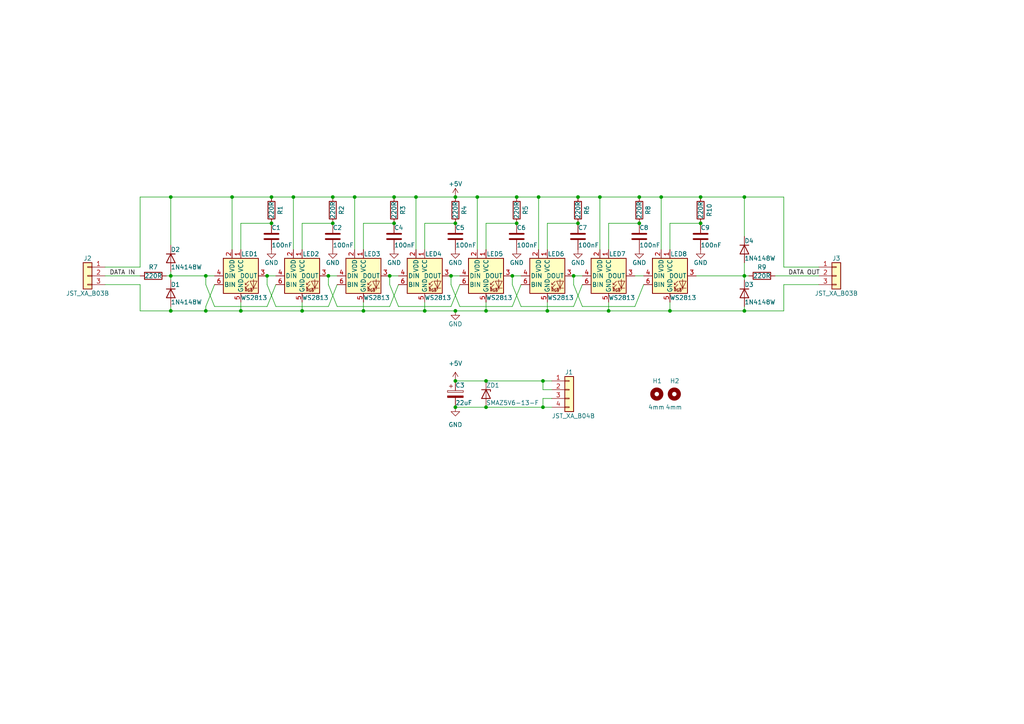
<source format=kicad_sch>
(kicad_sch (version 20211123) (generator eeschema)

  (uuid e8969edb-9408-44b5-8f41-a35f78d9b418)

  (paper "A4")

  (lib_symbols
    (symbol "Connector_Generic:Conn_01x03" (pin_names (offset 1.016) hide) (in_bom yes) (on_board yes)
      (property "Reference" "J" (id 0) (at 0 5.08 0)
        (effects (font (size 1.27 1.27)))
      )
      (property "Value" "Conn_01x03" (id 1) (at 0 -5.08 0)
        (effects (font (size 1.27 1.27)))
      )
      (property "Footprint" "" (id 2) (at 0 0 0)
        (effects (font (size 1.27 1.27)) hide)
      )
      (property "Datasheet" "~" (id 3) (at 0 0 0)
        (effects (font (size 1.27 1.27)) hide)
      )
      (property "ki_keywords" "connector" (id 4) (at 0 0 0)
        (effects (font (size 1.27 1.27)) hide)
      )
      (property "ki_description" "Generic connector, single row, 01x03, script generated (kicad-library-utils/schlib/autogen/connector/)" (id 5) (at 0 0 0)
        (effects (font (size 1.27 1.27)) hide)
      )
      (property "ki_fp_filters" "Connector*:*_1x??_*" (id 6) (at 0 0 0)
        (effects (font (size 1.27 1.27)) hide)
      )
      (symbol "Conn_01x03_1_1"
        (rectangle (start -1.27 -2.413) (end 0 -2.667)
          (stroke (width 0.1524) (type default) (color 0 0 0 0))
          (fill (type none))
        )
        (rectangle (start -1.27 0.127) (end 0 -0.127)
          (stroke (width 0.1524) (type default) (color 0 0 0 0))
          (fill (type none))
        )
        (rectangle (start -1.27 2.667) (end 0 2.413)
          (stroke (width 0.1524) (type default) (color 0 0 0 0))
          (fill (type none))
        )
        (rectangle (start -1.27 3.81) (end 1.27 -3.81)
          (stroke (width 0.254) (type default) (color 0 0 0 0))
          (fill (type background))
        )
        (pin passive line (at -5.08 2.54 0) (length 3.81)
          (name "Pin_1" (effects (font (size 1.27 1.27))))
          (number "1" (effects (font (size 1.27 1.27))))
        )
        (pin passive line (at -5.08 0 0) (length 3.81)
          (name "Pin_2" (effects (font (size 1.27 1.27))))
          (number "2" (effects (font (size 1.27 1.27))))
        )
        (pin passive line (at -5.08 -2.54 0) (length 3.81)
          (name "Pin_3" (effects (font (size 1.27 1.27))))
          (number "3" (effects (font (size 1.27 1.27))))
        )
      )
    )
    (symbol "Connector_Generic:Conn_01x04" (pin_names (offset 1.016) hide) (in_bom yes) (on_board yes)
      (property "Reference" "J" (id 0) (at 0 5.08 0)
        (effects (font (size 1.27 1.27)))
      )
      (property "Value" "Conn_01x04" (id 1) (at 0 -7.62 0)
        (effects (font (size 1.27 1.27)))
      )
      (property "Footprint" "" (id 2) (at 0 0 0)
        (effects (font (size 1.27 1.27)) hide)
      )
      (property "Datasheet" "~" (id 3) (at 0 0 0)
        (effects (font (size 1.27 1.27)) hide)
      )
      (property "ki_keywords" "connector" (id 4) (at 0 0 0)
        (effects (font (size 1.27 1.27)) hide)
      )
      (property "ki_description" "Generic connector, single row, 01x04, script generated (kicad-library-utils/schlib/autogen/connector/)" (id 5) (at 0 0 0)
        (effects (font (size 1.27 1.27)) hide)
      )
      (property "ki_fp_filters" "Connector*:*_1x??_*" (id 6) (at 0 0 0)
        (effects (font (size 1.27 1.27)) hide)
      )
      (symbol "Conn_01x04_1_1"
        (rectangle (start -1.27 -4.953) (end 0 -5.207)
          (stroke (width 0.1524) (type default) (color 0 0 0 0))
          (fill (type none))
        )
        (rectangle (start -1.27 -2.413) (end 0 -2.667)
          (stroke (width 0.1524) (type default) (color 0 0 0 0))
          (fill (type none))
        )
        (rectangle (start -1.27 0.127) (end 0 -0.127)
          (stroke (width 0.1524) (type default) (color 0 0 0 0))
          (fill (type none))
        )
        (rectangle (start -1.27 2.667) (end 0 2.413)
          (stroke (width 0.1524) (type default) (color 0 0 0 0))
          (fill (type none))
        )
        (rectangle (start -1.27 3.81) (end 1.27 -6.35)
          (stroke (width 0.254) (type default) (color 0 0 0 0))
          (fill (type background))
        )
        (pin passive line (at -5.08 2.54 0) (length 3.81)
          (name "Pin_1" (effects (font (size 1.27 1.27))))
          (number "1" (effects (font (size 1.27 1.27))))
        )
        (pin passive line (at -5.08 0 0) (length 3.81)
          (name "Pin_2" (effects (font (size 1.27 1.27))))
          (number "2" (effects (font (size 1.27 1.27))))
        )
        (pin passive line (at -5.08 -2.54 0) (length 3.81)
          (name "Pin_3" (effects (font (size 1.27 1.27))))
          (number "3" (effects (font (size 1.27 1.27))))
        )
        (pin passive line (at -5.08 -5.08 0) (length 3.81)
          (name "Pin_4" (effects (font (size 1.27 1.27))))
          (number "4" (effects (font (size 1.27 1.27))))
        )
      )
    )
    (symbol "Device:C" (pin_numbers hide) (pin_names (offset 0.254)) (in_bom yes) (on_board yes)
      (property "Reference" "C" (id 0) (at 0.635 2.54 0)
        (effects (font (size 1.27 1.27)) (justify left))
      )
      (property "Value" "C" (id 1) (at 0.635 -2.54 0)
        (effects (font (size 1.27 1.27)) (justify left))
      )
      (property "Footprint" "" (id 2) (at 0.9652 -3.81 0)
        (effects (font (size 1.27 1.27)) hide)
      )
      (property "Datasheet" "~" (id 3) (at 0 0 0)
        (effects (font (size 1.27 1.27)) hide)
      )
      (property "ki_keywords" "cap capacitor" (id 4) (at 0 0 0)
        (effects (font (size 1.27 1.27)) hide)
      )
      (property "ki_description" "Unpolarized capacitor" (id 5) (at 0 0 0)
        (effects (font (size 1.27 1.27)) hide)
      )
      (property "ki_fp_filters" "C_*" (id 6) (at 0 0 0)
        (effects (font (size 1.27 1.27)) hide)
      )
      (symbol "C_0_1"
        (polyline
          (pts
            (xy -2.032 -0.762)
            (xy 2.032 -0.762)
          )
          (stroke (width 0.508) (type default) (color 0 0 0 0))
          (fill (type none))
        )
        (polyline
          (pts
            (xy -2.032 0.762)
            (xy 2.032 0.762)
          )
          (stroke (width 0.508) (type default) (color 0 0 0 0))
          (fill (type none))
        )
      )
      (symbol "C_1_1"
        (pin passive line (at 0 3.81 270) (length 2.794)
          (name "~" (effects (font (size 1.27 1.27))))
          (number "1" (effects (font (size 1.27 1.27))))
        )
        (pin passive line (at 0 -3.81 90) (length 2.794)
          (name "~" (effects (font (size 1.27 1.27))))
          (number "2" (effects (font (size 1.27 1.27))))
        )
      )
    )
    (symbol "Device:C_Polarized" (pin_numbers hide) (pin_names (offset 0.254)) (in_bom yes) (on_board yes)
      (property "Reference" "C" (id 0) (at 0.635 2.54 0)
        (effects (font (size 1.27 1.27)) (justify left))
      )
      (property "Value" "C_Polarized" (id 1) (at 0.635 -2.54 0)
        (effects (font (size 1.27 1.27)) (justify left))
      )
      (property "Footprint" "" (id 2) (at 0.9652 -3.81 0)
        (effects (font (size 1.27 1.27)) hide)
      )
      (property "Datasheet" "~" (id 3) (at 0 0 0)
        (effects (font (size 1.27 1.27)) hide)
      )
      (property "ki_keywords" "cap capacitor" (id 4) (at 0 0 0)
        (effects (font (size 1.27 1.27)) hide)
      )
      (property "ki_description" "Polarized capacitor" (id 5) (at 0 0 0)
        (effects (font (size 1.27 1.27)) hide)
      )
      (property "ki_fp_filters" "CP_*" (id 6) (at 0 0 0)
        (effects (font (size 1.27 1.27)) hide)
      )
      (symbol "C_Polarized_0_1"
        (rectangle (start -2.286 0.508) (end 2.286 1.016)
          (stroke (width 0) (type default) (color 0 0 0 0))
          (fill (type none))
        )
        (polyline
          (pts
            (xy -1.778 2.286)
            (xy -0.762 2.286)
          )
          (stroke (width 0) (type default) (color 0 0 0 0))
          (fill (type none))
        )
        (polyline
          (pts
            (xy -1.27 2.794)
            (xy -1.27 1.778)
          )
          (stroke (width 0) (type default) (color 0 0 0 0))
          (fill (type none))
        )
        (rectangle (start 2.286 -0.508) (end -2.286 -1.016)
          (stroke (width 0) (type default) (color 0 0 0 0))
          (fill (type outline))
        )
      )
      (symbol "C_Polarized_1_1"
        (pin passive line (at 0 3.81 270) (length 2.794)
          (name "~" (effects (font (size 1.27 1.27))))
          (number "1" (effects (font (size 1.27 1.27))))
        )
        (pin passive line (at 0 -3.81 90) (length 2.794)
          (name "~" (effects (font (size 1.27 1.27))))
          (number "2" (effects (font (size 1.27 1.27))))
        )
      )
    )
    (symbol "Device:D" (pin_numbers hide) (pin_names (offset 1.016) hide) (in_bom yes) (on_board yes)
      (property "Reference" "D" (id 0) (at 0 2.54 0)
        (effects (font (size 1.27 1.27)))
      )
      (property "Value" "D" (id 1) (at 0 -2.54 0)
        (effects (font (size 1.27 1.27)))
      )
      (property "Footprint" "" (id 2) (at 0 0 0)
        (effects (font (size 1.27 1.27)) hide)
      )
      (property "Datasheet" "~" (id 3) (at 0 0 0)
        (effects (font (size 1.27 1.27)) hide)
      )
      (property "ki_keywords" "diode" (id 4) (at 0 0 0)
        (effects (font (size 1.27 1.27)) hide)
      )
      (property "ki_description" "Diode" (id 5) (at 0 0 0)
        (effects (font (size 1.27 1.27)) hide)
      )
      (property "ki_fp_filters" "TO-???* *_Diode_* *SingleDiode* D_*" (id 6) (at 0 0 0)
        (effects (font (size 1.27 1.27)) hide)
      )
      (symbol "D_0_1"
        (polyline
          (pts
            (xy -1.27 1.27)
            (xy -1.27 -1.27)
          )
          (stroke (width 0.254) (type default) (color 0 0 0 0))
          (fill (type none))
        )
        (polyline
          (pts
            (xy 1.27 0)
            (xy -1.27 0)
          )
          (stroke (width 0) (type default) (color 0 0 0 0))
          (fill (type none))
        )
        (polyline
          (pts
            (xy 1.27 1.27)
            (xy 1.27 -1.27)
            (xy -1.27 0)
            (xy 1.27 1.27)
          )
          (stroke (width 0.254) (type default) (color 0 0 0 0))
          (fill (type none))
        )
      )
      (symbol "D_1_1"
        (pin passive line (at -3.81 0 0) (length 2.54)
          (name "K" (effects (font (size 1.27 1.27))))
          (number "1" (effects (font (size 1.27 1.27))))
        )
        (pin passive line (at 3.81 0 180) (length 2.54)
          (name "A" (effects (font (size 1.27 1.27))))
          (number "2" (effects (font (size 1.27 1.27))))
        )
      )
    )
    (symbol "Device:D_Zener" (pin_numbers hide) (pin_names (offset 1.016) hide) (in_bom yes) (on_board yes)
      (property "Reference" "D" (id 0) (at 0 2.54 0)
        (effects (font (size 1.27 1.27)))
      )
      (property "Value" "D_Zener" (id 1) (at 0 -2.54 0)
        (effects (font (size 1.27 1.27)))
      )
      (property "Footprint" "" (id 2) (at 0 0 0)
        (effects (font (size 1.27 1.27)) hide)
      )
      (property "Datasheet" "~" (id 3) (at 0 0 0)
        (effects (font (size 1.27 1.27)) hide)
      )
      (property "ki_keywords" "diode" (id 4) (at 0 0 0)
        (effects (font (size 1.27 1.27)) hide)
      )
      (property "ki_description" "Zener diode" (id 5) (at 0 0 0)
        (effects (font (size 1.27 1.27)) hide)
      )
      (property "ki_fp_filters" "TO-???* *_Diode_* *SingleDiode* D_*" (id 6) (at 0 0 0)
        (effects (font (size 1.27 1.27)) hide)
      )
      (symbol "D_Zener_0_1"
        (polyline
          (pts
            (xy 1.27 0)
            (xy -1.27 0)
          )
          (stroke (width 0) (type default) (color 0 0 0 0))
          (fill (type none))
        )
        (polyline
          (pts
            (xy -1.27 -1.27)
            (xy -1.27 1.27)
            (xy -0.762 1.27)
          )
          (stroke (width 0.254) (type default) (color 0 0 0 0))
          (fill (type none))
        )
        (polyline
          (pts
            (xy 1.27 -1.27)
            (xy 1.27 1.27)
            (xy -1.27 0)
            (xy 1.27 -1.27)
          )
          (stroke (width 0.254) (type default) (color 0 0 0 0))
          (fill (type none))
        )
      )
      (symbol "D_Zener_1_1"
        (pin passive line (at -3.81 0 0) (length 2.54)
          (name "K" (effects (font (size 1.27 1.27))))
          (number "1" (effects (font (size 1.27 1.27))))
        )
        (pin passive line (at 3.81 0 180) (length 2.54)
          (name "A" (effects (font (size 1.27 1.27))))
          (number "2" (effects (font (size 1.27 1.27))))
        )
      )
    )
    (symbol "Device:R" (pin_numbers hide) (pin_names (offset 0)) (in_bom yes) (on_board yes)
      (property "Reference" "R" (id 0) (at 2.032 0 90)
        (effects (font (size 1.27 1.27)))
      )
      (property "Value" "R" (id 1) (at 0 0 90)
        (effects (font (size 1.27 1.27)))
      )
      (property "Footprint" "" (id 2) (at -1.778 0 90)
        (effects (font (size 1.27 1.27)) hide)
      )
      (property "Datasheet" "~" (id 3) (at 0 0 0)
        (effects (font (size 1.27 1.27)) hide)
      )
      (property "ki_keywords" "R res resistor" (id 4) (at 0 0 0)
        (effects (font (size 1.27 1.27)) hide)
      )
      (property "ki_description" "Resistor" (id 5) (at 0 0 0)
        (effects (font (size 1.27 1.27)) hide)
      )
      (property "ki_fp_filters" "R_*" (id 6) (at 0 0 0)
        (effects (font (size 1.27 1.27)) hide)
      )
      (symbol "R_0_1"
        (rectangle (start -1.016 -2.54) (end 1.016 2.54)
          (stroke (width 0.254) (type default) (color 0 0 0 0))
          (fill (type none))
        )
      )
      (symbol "R_1_1"
        (pin passive line (at 0 3.81 270) (length 1.27)
          (name "~" (effects (font (size 1.27 1.27))))
          (number "1" (effects (font (size 1.27 1.27))))
        )
        (pin passive line (at 0 -3.81 90) (length 1.27)
          (name "~" (effects (font (size 1.27 1.27))))
          (number "2" (effects (font (size 1.27 1.27))))
        )
      )
    )
    (symbol "LED:WS2813" (pin_names (offset 0.254)) (in_bom yes) (on_board yes)
      (property "Reference" "D" (id 0) (at 5.08 5.715 0)
        (effects (font (size 1.27 1.27)) (justify right bottom))
      )
      (property "Value" "WS2813" (id 1) (at 1.27 -5.715 0)
        (effects (font (size 1.27 1.27)) (justify left top))
      )
      (property "Footprint" "LED_SMD:LED_WS2812_PLCC6_5.0x5.0mm_P1.6mm" (id 2) (at 1.27 -7.62 0)
        (effects (font (size 1.27 1.27)) (justify left top) hide)
      )
      (property "Datasheet" "http://www.normandled.com/upload/201605/WS2813%20LED%20Datasheet.pdf" (id 3) (at 2.54 -9.525 0)
        (effects (font (size 1.27 1.27)) (justify left top) hide)
      )
      (property "ki_keywords" "RGB LED addressable" (id 4) (at 0 0 0)
        (effects (font (size 1.27 1.27)) hide)
      )
      (property "ki_description" "RGB LED with integrated controller" (id 5) (at 0 0 0)
        (effects (font (size 1.27 1.27)) hide)
      )
      (property "ki_fp_filters" "LED*WS2812*PLCC*5.0x5.0mm*P1.6mm*" (id 6) (at 0 0 0)
        (effects (font (size 1.27 1.27)) hide)
      )
      (symbol "WS2813_0_0"
        (text "RGB" (at 2.286 -4.191 0)
          (effects (font (size 0.762 0.762)))
        )
      )
      (symbol "WS2813_0_1"
        (polyline
          (pts
            (xy 1.27 -3.556)
            (xy 1.778 -3.556)
          )
          (stroke (width 0) (type default) (color 0 0 0 0))
          (fill (type none))
        )
        (polyline
          (pts
            (xy 1.27 -2.54)
            (xy 1.778 -2.54)
          )
          (stroke (width 0) (type default) (color 0 0 0 0))
          (fill (type none))
        )
        (polyline
          (pts
            (xy 4.699 -3.556)
            (xy 2.667 -3.556)
          )
          (stroke (width 0) (type default) (color 0 0 0 0))
          (fill (type none))
        )
        (polyline
          (pts
            (xy 2.286 -2.54)
            (xy 1.27 -3.556)
            (xy 1.27 -3.048)
          )
          (stroke (width 0) (type default) (color 0 0 0 0))
          (fill (type none))
        )
        (polyline
          (pts
            (xy 2.286 -1.524)
            (xy 1.27 -2.54)
            (xy 1.27 -2.032)
          )
          (stroke (width 0) (type default) (color 0 0 0 0))
          (fill (type none))
        )
        (polyline
          (pts
            (xy 3.683 -1.016)
            (xy 3.683 -3.556)
            (xy 3.683 -4.064)
          )
          (stroke (width 0) (type default) (color 0 0 0 0))
          (fill (type none))
        )
        (polyline
          (pts
            (xy 4.699 -1.524)
            (xy 2.667 -1.524)
            (xy 3.683 -3.556)
            (xy 4.699 -1.524)
          )
          (stroke (width 0) (type default) (color 0 0 0 0))
          (fill (type none))
        )
        (rectangle (start 5.08 5.08) (end -5.08 -5.08)
          (stroke (width 0.254) (type default) (color 0 0 0 0))
          (fill (type background))
        )
      )
      (symbol "WS2813_1_1"
        (pin power_in line (at 0 7.62 270) (length 2.54)
          (name "VCC" (effects (font (size 1.27 1.27))))
          (number "1" (effects (font (size 1.27 1.27))))
        )
        (pin power_in line (at -2.54 7.62 270) (length 2.54)
          (name "VDD" (effects (font (size 1.27 1.27))))
          (number "2" (effects (font (size 1.27 1.27))))
        )
        (pin output line (at 7.62 0 180) (length 2.54)
          (name "DOUT" (effects (font (size 1.27 1.27))))
          (number "3" (effects (font (size 1.27 1.27))))
        )
        (pin input line (at -7.62 0 0) (length 2.54)
          (name "DIN" (effects (font (size 1.27 1.27))))
          (number "4" (effects (font (size 1.27 1.27))))
        )
        (pin power_in line (at 0 -7.62 90) (length 2.54)
          (name "GND" (effects (font (size 1.27 1.27))))
          (number "5" (effects (font (size 1.27 1.27))))
        )
        (pin input line (at -7.62 -2.54 0) (length 2.54)
          (name "BIN" (effects (font (size 1.27 1.27))))
          (number "6" (effects (font (size 1.27 1.27))))
        )
      )
    )
    (symbol "Mechanical:MountingHole" (pin_names (offset 1.016)) (in_bom yes) (on_board yes)
      (property "Reference" "H" (id 0) (at 0 5.08 0)
        (effects (font (size 1.27 1.27)))
      )
      (property "Value" "MountingHole" (id 1) (at 0 3.175 0)
        (effects (font (size 1.27 1.27)))
      )
      (property "Footprint" "" (id 2) (at 0 0 0)
        (effects (font (size 1.27 1.27)) hide)
      )
      (property "Datasheet" "~" (id 3) (at 0 0 0)
        (effects (font (size 1.27 1.27)) hide)
      )
      (property "ki_keywords" "mounting hole" (id 4) (at 0 0 0)
        (effects (font (size 1.27 1.27)) hide)
      )
      (property "ki_description" "Mounting Hole without connection" (id 5) (at 0 0 0)
        (effects (font (size 1.27 1.27)) hide)
      )
      (property "ki_fp_filters" "MountingHole*" (id 6) (at 0 0 0)
        (effects (font (size 1.27 1.27)) hide)
      )
      (symbol "MountingHole_0_1"
        (circle (center 0 0) (radius 1.27)
          (stroke (width 1.27) (type default) (color 0 0 0 0))
          (fill (type none))
        )
      )
    )
    (symbol "power:+5V" (power) (pin_names (offset 0)) (in_bom yes) (on_board yes)
      (property "Reference" "#PWR" (id 0) (at 0 -3.81 0)
        (effects (font (size 1.27 1.27)) hide)
      )
      (property "Value" "+5V" (id 1) (at 0 3.556 0)
        (effects (font (size 1.27 1.27)))
      )
      (property "Footprint" "" (id 2) (at 0 0 0)
        (effects (font (size 1.27 1.27)) hide)
      )
      (property "Datasheet" "" (id 3) (at 0 0 0)
        (effects (font (size 1.27 1.27)) hide)
      )
      (property "ki_keywords" "power-flag" (id 4) (at 0 0 0)
        (effects (font (size 1.27 1.27)) hide)
      )
      (property "ki_description" "Power symbol creates a global label with name \"+5V\"" (id 5) (at 0 0 0)
        (effects (font (size 1.27 1.27)) hide)
      )
      (symbol "+5V_0_1"
        (polyline
          (pts
            (xy -0.762 1.27)
            (xy 0 2.54)
          )
          (stroke (width 0) (type default) (color 0 0 0 0))
          (fill (type none))
        )
        (polyline
          (pts
            (xy 0 0)
            (xy 0 2.54)
          )
          (stroke (width 0) (type default) (color 0 0 0 0))
          (fill (type none))
        )
        (polyline
          (pts
            (xy 0 2.54)
            (xy 0.762 1.27)
          )
          (stroke (width 0) (type default) (color 0 0 0 0))
          (fill (type none))
        )
      )
      (symbol "+5V_1_1"
        (pin power_in line (at 0 0 90) (length 0) hide
          (name "+5V" (effects (font (size 1.27 1.27))))
          (number "1" (effects (font (size 1.27 1.27))))
        )
      )
    )
    (symbol "power:GND" (power) (pin_names (offset 0)) (in_bom yes) (on_board yes)
      (property "Reference" "#PWR" (id 0) (at 0 -6.35 0)
        (effects (font (size 1.27 1.27)) hide)
      )
      (property "Value" "GND" (id 1) (at 0 -3.81 0)
        (effects (font (size 1.27 1.27)))
      )
      (property "Footprint" "" (id 2) (at 0 0 0)
        (effects (font (size 1.27 1.27)) hide)
      )
      (property "Datasheet" "" (id 3) (at 0 0 0)
        (effects (font (size 1.27 1.27)) hide)
      )
      (property "ki_keywords" "power-flag" (id 4) (at 0 0 0)
        (effects (font (size 1.27 1.27)) hide)
      )
      (property "ki_description" "Power symbol creates a global label with name \"GND\" , ground" (id 5) (at 0 0 0)
        (effects (font (size 1.27 1.27)) hide)
      )
      (symbol "GND_0_1"
        (polyline
          (pts
            (xy 0 0)
            (xy 0 -1.27)
            (xy 1.27 -1.27)
            (xy 0 -2.54)
            (xy -1.27 -1.27)
            (xy 0 -1.27)
          )
          (stroke (width 0) (type default) (color 0 0 0 0))
          (fill (type none))
        )
      )
      (symbol "GND_1_1"
        (pin power_in line (at 0 0 270) (length 0) hide
          (name "GND" (effects (font (size 1.27 1.27))))
          (number "1" (effects (font (size 1.27 1.27))))
        )
      )
    )
  )

  (junction (at 49.53 90.17) (diameter 0) (color 0 0 0 0)
    (uuid 04a9fb47-cafb-42fb-afc5-0bf520eb1bdc)
  )
  (junction (at 49.53 80.01) (diameter 0) (color 0 0 0 0)
    (uuid 04e61cda-a703-4740-9447-552cc327fecb)
  )
  (junction (at 69.85 90.17) (diameter 0) (color 0 0 0 0)
    (uuid 06c7e4fc-2791-405c-a7c0-9f88cc942fb4)
  )
  (junction (at 132.08 90.17) (diameter 0) (color 0 0 0 0)
    (uuid 0b64322a-c35b-4d74-b126-17fa0206eb9b)
  )
  (junction (at 59.69 90.17) (diameter 0) (color 0 0 0 0)
    (uuid 17994a83-01ac-4845-b0f6-070c5fb8598a)
  )
  (junction (at 120.65 57.15) (diameter 0) (color 0 0 0 0)
    (uuid 19ecdba3-e62d-4af1-ac0c-ce10d5cfa785)
  )
  (junction (at 167.64 64.77) (diameter 0) (color 0 0 0 0)
    (uuid 2784e862-7337-405c-a075-6633eda75594)
  )
  (junction (at 191.77 57.15) (diameter 0) (color 0 0 0 0)
    (uuid 290995f3-d157-495b-839a-3d4e54d881b0)
  )
  (junction (at 59.69 80.01) (diameter 0) (color 0 0 0 0)
    (uuid 2a2ced74-d70f-497e-a536-cdb12e94a75e)
  )
  (junction (at 140.97 118.11) (diameter 0) (color 0 0 0 0)
    (uuid 2e3a0ad4-91ff-4ae6-ae52-3f3bb8da1be0)
  )
  (junction (at 87.63 90.17) (diameter 0) (color 0 0 0 0)
    (uuid 31018696-b294-4935-9304-1a9b41583567)
  )
  (junction (at 167.64 57.15) (diameter 0) (color 0 0 0 0)
    (uuid 380f51af-4488-41bc-b7d8-22a1a5b7bd65)
  )
  (junction (at 114.3 64.77) (diameter 0) (color 0 0 0 0)
    (uuid 3c7a159c-cc56-4750-af62-20b89f1ecf5a)
  )
  (junction (at 148.59 80.01) (diameter 0) (color 0 0 0 0)
    (uuid 41604047-7268-424b-926a-5f4e97564f71)
  )
  (junction (at 114.3 57.15) (diameter 0) (color 0 0 0 0)
    (uuid 438fe271-9ae2-4a2a-bd83-bfa54cc0622d)
  )
  (junction (at 215.9 57.15) (diameter 0) (color 0 0 0 0)
    (uuid 4d048e18-9fa8-4cad-a12a-42511b8d753c)
  )
  (junction (at 78.74 64.77) (diameter 0) (color 0 0 0 0)
    (uuid 528196d7-b58b-4d9d-b07e-93707ca2a81c)
  )
  (junction (at 113.03 80.01) (diameter 0) (color 0 0 0 0)
    (uuid 580e69a2-b1ad-4887-86c7-8582feedb564)
  )
  (junction (at 49.53 57.15) (diameter 0) (color 0 0 0 0)
    (uuid 5af2def7-4f0d-4aaa-aa4b-0f64e58b8068)
  )
  (junction (at 85.09 57.15) (diameter 0) (color 0 0 0 0)
    (uuid 61ce93de-0467-4068-b7ab-8359b25744ac)
  )
  (junction (at 176.53 90.17) (diameter 0) (color 0 0 0 0)
    (uuid 6b8dd814-397a-479b-88cd-9844d179611a)
  )
  (junction (at 203.2 57.15) (diameter 0) (color 0 0 0 0)
    (uuid 707627cb-b0dc-4d5d-80cb-ad0849ffbc92)
  )
  (junction (at 102.87 57.15) (diameter 0) (color 0 0 0 0)
    (uuid 707f98c7-9f08-447c-bc45-3c8b98e8bb07)
  )
  (junction (at 185.42 57.15) (diameter 0) (color 0 0 0 0)
    (uuid 7379a552-2bf7-4a4b-97cf-a8b9f04ecc64)
  )
  (junction (at 157.48 118.11) (diameter 0) (color 0 0 0 0)
    (uuid 76c4e8e1-1785-4dab-a34e-bde50088b056)
  )
  (junction (at 95.25 80.01) (diameter 0) (color 0 0 0 0)
    (uuid 89d3d6d9-9714-42f0-b55f-b05bbcdf5b12)
  )
  (junction (at 149.86 64.77) (diameter 0) (color 0 0 0 0)
    (uuid 8f543c7a-2075-46e1-b374-d2fe6e7d1a77)
  )
  (junction (at 194.31 90.17) (diameter 0) (color 0 0 0 0)
    (uuid 923f026f-70ba-46b4-8de3-24916ff522ee)
  )
  (junction (at 132.08 64.77) (diameter 0) (color 0 0 0 0)
    (uuid 926e8bb1-2f0d-4c19-8a52-ea4d81a39851)
  )
  (junction (at 96.52 57.15) (diameter 0) (color 0 0 0 0)
    (uuid 92ad81a6-3861-4ac6-956f-36d734507cd6)
  )
  (junction (at 140.97 110.49) (diameter 0) (color 0 0 0 0)
    (uuid 93fbbbbb-7e50-4b23-80d8-e7868a5eb819)
  )
  (junction (at 215.9 90.17) (diameter 0) (color 0 0 0 0)
    (uuid 95d73524-231c-4b0b-b2fc-ae234a3ac440)
  )
  (junction (at 123.19 90.17) (diameter 0) (color 0 0 0 0)
    (uuid 979ae80a-b34f-411e-ab2e-975c3a48f659)
  )
  (junction (at 149.86 57.15) (diameter 0) (color 0 0 0 0)
    (uuid 9bd68930-4b66-4a95-b0c8-cf2e52db07f8)
  )
  (junction (at 67.31 57.15) (diameter 0) (color 0 0 0 0)
    (uuid 9cc781ae-b2c1-4fc4-9540-996a46eebdff)
  )
  (junction (at 132.08 118.11) (diameter 0) (color 0 0 0 0)
    (uuid a37f3098-90d0-41f5-9fbf-aefc99e35bf7)
  )
  (junction (at 158.75 90.17) (diameter 0) (color 0 0 0 0)
    (uuid ae40afea-ac65-4387-8c8e-7bb7fed1782e)
  )
  (junction (at 132.08 57.15) (diameter 0) (color 0 0 0 0)
    (uuid af7508c0-3c62-48ae-8529-5b708fda59d7)
  )
  (junction (at 130.81 80.01) (diameter 0) (color 0 0 0 0)
    (uuid c01ae934-757e-48a7-b02e-dbd3ce45e82b)
  )
  (junction (at 140.97 90.17) (diameter 0) (color 0 0 0 0)
    (uuid cf33d483-6182-44a4-837c-a7073493ac50)
  )
  (junction (at 215.9 80.01) (diameter 0) (color 0 0 0 0)
    (uuid d29a28ff-73ea-449f-bcf2-99c6be58b6af)
  )
  (junction (at 166.37 80.01) (diameter 0) (color 0 0 0 0)
    (uuid d81f6650-e3b5-4b99-b766-7236e8056927)
  )
  (junction (at 78.74 57.15) (diameter 0) (color 0 0 0 0)
    (uuid e23481ad-f75b-420e-bf52-7a7a8bf91a7d)
  )
  (junction (at 132.08 110.49) (diameter 0) (color 0 0 0 0)
    (uuid e2422698-4718-47c6-80e3-2b2a9cd43e1c)
  )
  (junction (at 77.47 80.01) (diameter 0) (color 0 0 0 0)
    (uuid e41f8b2d-76ad-41d4-947b-c1b01a085ecd)
  )
  (junction (at 138.43 57.15) (diameter 0) (color 0 0 0 0)
    (uuid e7e9e279-bfb4-4950-8a52-083ff22948a9)
  )
  (junction (at 203.2 64.77) (diameter 0) (color 0 0 0 0)
    (uuid ee9890b3-1a4d-4689-94f4-39243b837020)
  )
  (junction (at 173.99 57.15) (diameter 0) (color 0 0 0 0)
    (uuid f173a427-93ba-48a6-a9de-0ba8dae96c5f)
  )
  (junction (at 156.21 57.15) (diameter 0) (color 0 0 0 0)
    (uuid f5b656cb-de0c-4c85-b27e-c0f4ca27647b)
  )
  (junction (at 96.52 64.77) (diameter 0) (color 0 0 0 0)
    (uuid f89150cc-f7df-4500-b2f0-6b1515a4faaf)
  )
  (junction (at 157.48 110.49) (diameter 0) (color 0 0 0 0)
    (uuid fa895610-d077-4f1e-a7fc-aa67c88c5428)
  )
  (junction (at 185.42 64.77) (diameter 0) (color 0 0 0 0)
    (uuid fa8c2cf1-c371-4376-b477-0ab515d1a85b)
  )
  (junction (at 105.41 90.17) (diameter 0) (color 0 0 0 0)
    (uuid fe2c7c48-9946-41b5-a65c-276ce72dc9ac)
  )

  (wire (pts (xy 87.63 64.77) (xy 87.63 72.39))
    (stroke (width 0) (type default) (color 0 0 0 0))
    (uuid 024583d6-46a4-49a6-aa0b-b1e0a5c7dd50)
  )
  (wire (pts (xy 201.93 80.01) (xy 215.9 80.01))
    (stroke (width 0) (type default) (color 0 0 0 0))
    (uuid 03c1e3cf-ef84-48ab-947f-8b39a437ad17)
  )
  (wire (pts (xy 77.47 80.01) (xy 80.01 80.01))
    (stroke (width 0) (type default) (color 0 0 0 0))
    (uuid 07b9111a-eb38-4a8f-b111-59db6f8d2456)
  )
  (wire (pts (xy 173.99 57.15) (xy 173.99 72.39))
    (stroke (width 0) (type default) (color 0 0 0 0))
    (uuid 09b9c82f-1e73-4123-8445-13c1fe7dd841)
  )
  (wire (pts (xy 157.48 110.49) (xy 160.02 110.49))
    (stroke (width 0) (type default) (color 0 0 0 0))
    (uuid 0b457a5d-2264-4afc-ba73-feff5481f4c3)
  )
  (wire (pts (xy 168.91 82.55) (xy 166.37 88.9))
    (stroke (width 0) (type default) (color 0 0 0 0))
    (uuid 0ef66375-6a1f-4b6f-9cfb-ba84c96b88c1)
  )
  (wire (pts (xy 215.9 80.01) (xy 215.9 81.28))
    (stroke (width 0) (type default) (color 0 0 0 0))
    (uuid 0f02bef6-fb35-4363-b76d-a9aaac87c550)
  )
  (wire (pts (xy 140.97 64.77) (xy 140.97 72.39))
    (stroke (width 0) (type default) (color 0 0 0 0))
    (uuid 119f2514-1370-4f73-98b5-565d07f94751)
  )
  (wire (pts (xy 78.74 57.15) (xy 85.09 57.15))
    (stroke (width 0) (type default) (color 0 0 0 0))
    (uuid 11a82d3e-2b21-429b-9562-ed026a13f593)
  )
  (wire (pts (xy 40.64 57.15) (xy 49.53 57.15))
    (stroke (width 0) (type default) (color 0 0 0 0))
    (uuid 13679489-ce57-4dcc-aed3-52eccb8da9dc)
  )
  (wire (pts (xy 166.37 82.55) (xy 166.37 80.01))
    (stroke (width 0) (type default) (color 0 0 0 0))
    (uuid 149fcfe4-4cb6-45b4-baa1-46bd61b5808b)
  )
  (wire (pts (xy 149.86 57.15) (xy 156.21 57.15))
    (stroke (width 0) (type default) (color 0 0 0 0))
    (uuid 164d7a4b-ffd5-42de-a927-da8f70f22434)
  )
  (wire (pts (xy 176.53 90.17) (xy 194.31 90.17))
    (stroke (width 0) (type default) (color 0 0 0 0))
    (uuid 18391d84-3b19-4713-8ead-eb86cf9ad3a3)
  )
  (wire (pts (xy 157.48 115.57) (xy 157.48 118.11))
    (stroke (width 0) (type default) (color 0 0 0 0))
    (uuid 1ba13791-a1b7-41b2-8637-4f8a5c510e90)
  )
  (wire (pts (xy 102.87 57.15) (xy 114.3 57.15))
    (stroke (width 0) (type default) (color 0 0 0 0))
    (uuid 249e2403-b36e-4b9b-8977-1f4fc4a6ef04)
  )
  (wire (pts (xy 97.79 88.9) (xy 95.25 82.55))
    (stroke (width 0) (type default) (color 0 0 0 0))
    (uuid 305d6f98-038b-41e2-ad35-5dbbc55fc407)
  )
  (wire (pts (xy 140.97 90.17) (xy 140.97 87.63))
    (stroke (width 0) (type default) (color 0 0 0 0))
    (uuid 314946e4-56ec-4d2c-8cfc-5cc2f0394eb1)
  )
  (wire (pts (xy 49.53 88.9) (xy 49.53 90.17))
    (stroke (width 0) (type default) (color 0 0 0 0))
    (uuid 32a61399-3f8b-4583-8044-327ee4a029a5)
  )
  (wire (pts (xy 85.09 57.15) (xy 96.52 57.15))
    (stroke (width 0) (type default) (color 0 0 0 0))
    (uuid 3384703a-25fa-4589-8eb7-5ff55004690f)
  )
  (wire (pts (xy 123.19 64.77) (xy 123.19 72.39))
    (stroke (width 0) (type default) (color 0 0 0 0))
    (uuid 340880f8-ad76-472c-97f4-769cf23c8922)
  )
  (wire (pts (xy 203.2 57.15) (xy 215.9 57.15))
    (stroke (width 0) (type default) (color 0 0 0 0))
    (uuid 34ec0f58-e969-409b-97f8-b24bb9643d75)
  )
  (wire (pts (xy 130.81 80.01) (xy 133.35 80.01))
    (stroke (width 0) (type default) (color 0 0 0 0))
    (uuid 3c0d167e-333a-4663-b0c2-3254bbfde4c5)
  )
  (wire (pts (xy 49.53 80.01) (xy 59.69 80.01))
    (stroke (width 0) (type default) (color 0 0 0 0))
    (uuid 3da5eb0e-c9db-4989-b2d0-2a8cc0290dda)
  )
  (wire (pts (xy 184.15 80.01) (xy 186.69 80.01))
    (stroke (width 0) (type default) (color 0 0 0 0))
    (uuid 3ed3a70e-cee5-4aae-b824-8f383b43e3e8)
  )
  (wire (pts (xy 113.03 80.01) (xy 115.57 80.01))
    (stroke (width 0) (type default) (color 0 0 0 0))
    (uuid 3f1a423d-dd17-4f76-b6a7-a058c6917b09)
  )
  (wire (pts (xy 69.85 87.63) (xy 69.85 90.17))
    (stroke (width 0) (type default) (color 0 0 0 0))
    (uuid 4175df14-7c65-4c1e-a71e-678fd3909739)
  )
  (wire (pts (xy 85.09 57.15) (xy 85.09 72.39))
    (stroke (width 0) (type default) (color 0 0 0 0))
    (uuid 443a2ddf-de8b-488a-920f-502059f5ef2e)
  )
  (wire (pts (xy 40.64 77.47) (xy 40.64 57.15))
    (stroke (width 0) (type default) (color 0 0 0 0))
    (uuid 459a65bc-85f8-410b-8d02-90cc7d2359f9)
  )
  (wire (pts (xy 237.49 82.55) (xy 227.33 82.55))
    (stroke (width 0) (type default) (color 0 0 0 0))
    (uuid 46e5b754-577b-4b85-a116-6f294f96dd2c)
  )
  (wire (pts (xy 156.21 57.15) (xy 167.64 57.15))
    (stroke (width 0) (type default) (color 0 0 0 0))
    (uuid 4b00cdcc-b393-4fdf-91de-869c2e3610f7)
  )
  (wire (pts (xy 96.52 64.77) (xy 87.63 64.77))
    (stroke (width 0) (type default) (color 0 0 0 0))
    (uuid 4b868b96-a432-4c52-9d3a-abc8cac56d9d)
  )
  (wire (pts (xy 49.53 80.01) (xy 49.53 81.28))
    (stroke (width 0) (type default) (color 0 0 0 0))
    (uuid 4f60c5f9-69ee-42d7-97a8-0dec80e2d95b)
  )
  (wire (pts (xy 105.41 64.77) (xy 105.41 72.39))
    (stroke (width 0) (type default) (color 0 0 0 0))
    (uuid 510f4e1d-15e2-4054-a11b-14e2b727653b)
  )
  (wire (pts (xy 113.03 82.55) (xy 113.03 80.01))
    (stroke (width 0) (type default) (color 0 0 0 0))
    (uuid 551a1dfc-bf09-4764-b16a-34a3c446607e)
  )
  (wire (pts (xy 132.08 110.49) (xy 140.97 110.49))
    (stroke (width 0) (type default) (color 0 0 0 0))
    (uuid 55221ab0-50dd-4848-852e-2a032acb5f90)
  )
  (wire (pts (xy 30.48 82.55) (xy 40.64 82.55))
    (stroke (width 0) (type default) (color 0 0 0 0))
    (uuid 562f8d4e-eea1-433e-bab0-d2f81802fbf1)
  )
  (wire (pts (xy 140.97 118.11) (xy 157.48 118.11))
    (stroke (width 0) (type default) (color 0 0 0 0))
    (uuid 5691ce65-537a-40a2-be26-a4d987408949)
  )
  (wire (pts (xy 215.9 80.01) (xy 215.9 76.2))
    (stroke (width 0) (type default) (color 0 0 0 0))
    (uuid 5769b6e4-104d-451a-93c0-9276c4caae72)
  )
  (wire (pts (xy 67.31 57.15) (xy 78.74 57.15))
    (stroke (width 0) (type default) (color 0 0 0 0))
    (uuid 581ec916-3906-478f-91d5-9107b174b365)
  )
  (wire (pts (xy 215.9 57.15) (xy 227.33 57.15))
    (stroke (width 0) (type default) (color 0 0 0 0))
    (uuid 58a71ffb-8e1d-4309-b1f5-2ee2a4666c64)
  )
  (wire (pts (xy 186.69 82.55) (xy 184.15 88.9))
    (stroke (width 0) (type default) (color 0 0 0 0))
    (uuid 5a59b79b-9fe5-445e-950a-b3fa75c0052e)
  )
  (wire (pts (xy 132.08 57.15) (xy 138.43 57.15))
    (stroke (width 0) (type default) (color 0 0 0 0))
    (uuid 5aacb6b5-b474-4c6c-be25-920b62ebcab8)
  )
  (wire (pts (xy 158.75 90.17) (xy 176.53 90.17))
    (stroke (width 0) (type default) (color 0 0 0 0))
    (uuid 60899e8a-058a-4433-aca9-7587e73d276e)
  )
  (wire (pts (xy 62.23 88.9) (xy 77.47 88.9))
    (stroke (width 0) (type default) (color 0 0 0 0))
    (uuid 616ea595-8573-49e1-a0d9-f0547196de60)
  )
  (wire (pts (xy 105.41 90.17) (xy 123.19 90.17))
    (stroke (width 0) (type default) (color 0 0 0 0))
    (uuid 63c0b674-f50d-4e19-ba0f-1a5e927090cf)
  )
  (wire (pts (xy 59.69 80.01) (xy 62.23 80.01))
    (stroke (width 0) (type default) (color 0 0 0 0))
    (uuid 6ae09f00-f1ad-419f-8ff3-9dfc9bbde66a)
  )
  (wire (pts (xy 123.19 90.17) (xy 123.19 87.63))
    (stroke (width 0) (type default) (color 0 0 0 0))
    (uuid 6c932f05-f717-46ca-a3cd-837e1096f7d2)
  )
  (wire (pts (xy 49.53 57.15) (xy 49.53 71.12))
    (stroke (width 0) (type default) (color 0 0 0 0))
    (uuid 6dca6c93-c0b2-414c-84bf-11557f9cad8e)
  )
  (wire (pts (xy 151.13 82.55) (xy 148.59 88.9))
    (stroke (width 0) (type default) (color 0 0 0 0))
    (uuid 6fa19b0f-11dd-4314-8b0e-c33cb10382ae)
  )
  (wire (pts (xy 167.64 64.77) (xy 158.75 64.77))
    (stroke (width 0) (type default) (color 0 0 0 0))
    (uuid 71829726-69e0-4185-95da-21eba470794e)
  )
  (wire (pts (xy 115.57 88.9) (xy 130.81 88.9))
    (stroke (width 0) (type default) (color 0 0 0 0))
    (uuid 722f909a-f826-4e36-ba23-24c365a6eedf)
  )
  (wire (pts (xy 97.79 82.55) (xy 95.25 88.9))
    (stroke (width 0) (type default) (color 0 0 0 0))
    (uuid 72371fc9-bf4f-4b4b-b27a-b565ca6aee60)
  )
  (wire (pts (xy 40.64 82.55) (xy 40.64 90.17))
    (stroke (width 0) (type default) (color 0 0 0 0))
    (uuid 736bb44f-1d89-4cdf-9de1-abc74838feb7)
  )
  (wire (pts (xy 69.85 90.17) (xy 87.63 90.17))
    (stroke (width 0) (type default) (color 0 0 0 0))
    (uuid 76d3f2cd-8180-4ccb-bbd3-8affeeb1e8d7)
  )
  (wire (pts (xy 185.42 57.15) (xy 191.77 57.15))
    (stroke (width 0) (type default) (color 0 0 0 0))
    (uuid 77b50e88-8b0a-492d-a2b9-68893d0b4373)
  )
  (wire (pts (xy 158.75 64.77) (xy 158.75 72.39))
    (stroke (width 0) (type default) (color 0 0 0 0))
    (uuid 78de1e11-2ddc-4099-9d05-2bc0bd9458fb)
  )
  (wire (pts (xy 227.33 90.17) (xy 215.9 90.17))
    (stroke (width 0) (type default) (color 0 0 0 0))
    (uuid 7a40b90e-b7f8-4db6-bb46-3b169f026c15)
  )
  (wire (pts (xy 185.42 64.77) (xy 176.53 64.77))
    (stroke (width 0) (type default) (color 0 0 0 0))
    (uuid 7cc99b79-1067-4463-a687-f61c9cfb47b1)
  )
  (wire (pts (xy 30.48 80.01) (xy 40.64 80.01))
    (stroke (width 0) (type default) (color 0 0 0 0))
    (uuid 7e78a13a-59a3-486e-b4ba-f851f5f4d82f)
  )
  (wire (pts (xy 227.33 82.55) (xy 227.33 90.17))
    (stroke (width 0) (type default) (color 0 0 0 0))
    (uuid 82111f3b-093a-4401-b303-d7742dd5eb04)
  )
  (wire (pts (xy 224.79 80.01) (xy 237.49 80.01))
    (stroke (width 0) (type default) (color 0 0 0 0))
    (uuid 8343d612-dcf8-4641-a13d-44eb1eb4829d)
  )
  (wire (pts (xy 77.47 82.55) (xy 77.47 80.01))
    (stroke (width 0) (type default) (color 0 0 0 0))
    (uuid 83dbc2fe-213a-4dcd-9380-7c84389c0172)
  )
  (wire (pts (xy 96.52 57.15) (xy 102.87 57.15))
    (stroke (width 0) (type default) (color 0 0 0 0))
    (uuid 84cdf5a1-74c0-4c75-bbd9-2806fbf922aa)
  )
  (wire (pts (xy 114.3 64.77) (xy 105.41 64.77))
    (stroke (width 0) (type default) (color 0 0 0 0))
    (uuid 85dc105b-ad24-4685-8a47-fb677839e2a9)
  )
  (wire (pts (xy 95.25 82.55) (xy 95.25 80.01))
    (stroke (width 0) (type default) (color 0 0 0 0))
    (uuid 86d306c8-a2da-459b-8158-967541724d38)
  )
  (wire (pts (xy 194.31 64.77) (xy 194.31 72.39))
    (stroke (width 0) (type default) (color 0 0 0 0))
    (uuid 88483912-1ed2-49d7-bccf-b0da2d417782)
  )
  (wire (pts (xy 203.2 64.77) (xy 194.31 64.77))
    (stroke (width 0) (type default) (color 0 0 0 0))
    (uuid 8ab145fa-680d-4262-9455-ae62a4a63a5a)
  )
  (wire (pts (xy 215.9 57.15) (xy 215.9 68.58))
    (stroke (width 0) (type default) (color 0 0 0 0))
    (uuid 8ad02e4e-7f84-42e7-8a0a-702130553f0f)
  )
  (wire (pts (xy 62.23 82.55) (xy 59.69 88.9))
    (stroke (width 0) (type default) (color 0 0 0 0))
    (uuid 8b291ae6-7f40-4efb-915c-d452b517f00f)
  )
  (wire (pts (xy 168.91 88.9) (xy 184.15 88.9))
    (stroke (width 0) (type default) (color 0 0 0 0))
    (uuid 8f8d564c-bc0a-42f9-9812-2b7cfd007013)
  )
  (wire (pts (xy 87.63 90.17) (xy 87.63 87.63))
    (stroke (width 0) (type default) (color 0 0 0 0))
    (uuid 923097dd-e2df-4add-92f8-6f0d4c71b457)
  )
  (wire (pts (xy 133.35 82.55) (xy 130.81 88.9))
    (stroke (width 0) (type default) (color 0 0 0 0))
    (uuid 9458fc1b-7f6a-4591-a19d-43934998efcb)
  )
  (wire (pts (xy 97.79 88.9) (xy 113.03 88.9))
    (stroke (width 0) (type default) (color 0 0 0 0))
    (uuid 9550c1e1-7762-4507-8e9f-874e95f90212)
  )
  (wire (pts (xy 133.35 88.9) (xy 130.81 82.55))
    (stroke (width 0) (type default) (color 0 0 0 0))
    (uuid 96a674d0-19a9-4683-a090-e0cd8e3889f1)
  )
  (wire (pts (xy 120.65 57.15) (xy 120.65 72.39))
    (stroke (width 0) (type default) (color 0 0 0 0))
    (uuid 96f08c45-76a7-4d28-af3b-9bb66aed4d09)
  )
  (wire (pts (xy 227.33 57.15) (xy 227.33 77.47))
    (stroke (width 0) (type default) (color 0 0 0 0))
    (uuid 993af754-09f5-4fb9-990c-91dd425bceec)
  )
  (wire (pts (xy 191.77 57.15) (xy 191.77 72.39))
    (stroke (width 0) (type default) (color 0 0 0 0))
    (uuid 99e46b1e-a3b3-40ce-8436-77d36afdb44b)
  )
  (wire (pts (xy 215.9 88.9) (xy 215.9 90.17))
    (stroke (width 0) (type default) (color 0 0 0 0))
    (uuid 9ab27ca4-5a87-427b-b0cd-9e5a730aad99)
  )
  (wire (pts (xy 48.26 80.01) (xy 49.53 80.01))
    (stroke (width 0) (type default) (color 0 0 0 0))
    (uuid 9b956cec-9fb7-4e10-b2de-ed0a617185ea)
  )
  (wire (pts (xy 40.64 77.47) (xy 30.48 77.47))
    (stroke (width 0) (type default) (color 0 0 0 0))
    (uuid 9da15b0b-9b92-4cfc-80d3-22ce6f1cbbb1)
  )
  (wire (pts (xy 49.53 57.15) (xy 67.31 57.15))
    (stroke (width 0) (type default) (color 0 0 0 0))
    (uuid 9ea36633-68d6-48ce-8650-6ce6d32f496c)
  )
  (wire (pts (xy 227.33 77.47) (xy 237.49 77.47))
    (stroke (width 0) (type default) (color 0 0 0 0))
    (uuid 9ed1a325-d089-44f9-918b-6e337bcd2ceb)
  )
  (wire (pts (xy 140.97 90.17) (xy 158.75 90.17))
    (stroke (width 0) (type default) (color 0 0 0 0))
    (uuid a2cc6b0c-65ba-410e-acd7-ad48ff0437a0)
  )
  (wire (pts (xy 59.69 82.55) (xy 59.69 80.01))
    (stroke (width 0) (type default) (color 0 0 0 0))
    (uuid a4a0f883-2074-446f-b52a-54c487f56871)
  )
  (wire (pts (xy 80.01 82.55) (xy 77.47 88.9))
    (stroke (width 0) (type default) (color 0 0 0 0))
    (uuid a520672f-bdd7-45a9-aeff-5a1f275ff49c)
  )
  (wire (pts (xy 148.59 80.01) (xy 151.13 80.01))
    (stroke (width 0) (type default) (color 0 0 0 0))
    (uuid a64647a7-259a-447c-9947-7a99d823a1ac)
  )
  (wire (pts (xy 176.53 64.77) (xy 176.53 72.39))
    (stroke (width 0) (type default) (color 0 0 0 0))
    (uuid a7f3d341-2a89-468b-90de-3c271f9d5158)
  )
  (wire (pts (xy 80.01 88.9) (xy 77.47 82.55))
    (stroke (width 0) (type default) (color 0 0 0 0))
    (uuid a7fc541e-0358-4978-b8ae-8d261228839c)
  )
  (wire (pts (xy 115.57 88.9) (xy 113.03 82.55))
    (stroke (width 0) (type default) (color 0 0 0 0))
    (uuid a848c443-1509-4629-8442-907bbb02e4c8)
  )
  (wire (pts (xy 67.31 57.15) (xy 67.31 72.39))
    (stroke (width 0) (type default) (color 0 0 0 0))
    (uuid ab716c2d-1342-423e-9a21-5683f0cbd5be)
  )
  (wire (pts (xy 87.63 90.17) (xy 105.41 90.17))
    (stroke (width 0) (type default) (color 0 0 0 0))
    (uuid abd8d7cf-e518-4d46-a93a-5ce57f222f84)
  )
  (wire (pts (xy 156.21 57.15) (xy 156.21 72.39))
    (stroke (width 0) (type default) (color 0 0 0 0))
    (uuid accc3e9f-30c9-4802-96b7-39607749d2fd)
  )
  (wire (pts (xy 176.53 90.17) (xy 176.53 87.63))
    (stroke (width 0) (type default) (color 0 0 0 0))
    (uuid adb9b6b1-926f-4a1b-a78c-dadbd708f4e5)
  )
  (wire (pts (xy 59.69 90.17) (xy 69.85 90.17))
    (stroke (width 0) (type default) (color 0 0 0 0))
    (uuid b0c3ff85-26a1-4c33-a337-5f8144fa4293)
  )
  (wire (pts (xy 40.64 90.17) (xy 49.53 90.17))
    (stroke (width 0) (type default) (color 0 0 0 0))
    (uuid b1bdad45-efdd-41d6-b849-2ac94c0aa87a)
  )
  (wire (pts (xy 191.77 57.15) (xy 203.2 57.15))
    (stroke (width 0) (type default) (color 0 0 0 0))
    (uuid b2ac1427-e3a5-461c-950c-7ac4033de940)
  )
  (wire (pts (xy 157.48 118.11) (xy 160.02 118.11))
    (stroke (width 0) (type default) (color 0 0 0 0))
    (uuid b2daf3ed-0e08-46a0-9e20-79bea65f4b7d)
  )
  (wire (pts (xy 166.37 80.01) (xy 168.91 80.01))
    (stroke (width 0) (type default) (color 0 0 0 0))
    (uuid b31facbb-93e1-495c-92de-fc19ead4a690)
  )
  (wire (pts (xy 49.53 90.17) (xy 59.69 90.17))
    (stroke (width 0) (type default) (color 0 0 0 0))
    (uuid b788a724-cf73-4bba-8451-c114dbbae783)
  )
  (wire (pts (xy 151.13 88.9) (xy 148.59 82.55))
    (stroke (width 0) (type default) (color 0 0 0 0))
    (uuid b808fdd4-7096-4710-87b2-9d31cf477e38)
  )
  (wire (pts (xy 80.01 88.9) (xy 95.25 88.9))
    (stroke (width 0) (type default) (color 0 0 0 0))
    (uuid bde661f8-f111-421b-ab49-560e24c7c298)
  )
  (wire (pts (xy 49.53 80.01) (xy 49.53 78.74))
    (stroke (width 0) (type default) (color 0 0 0 0))
    (uuid c0bf8b4f-b8ad-47d1-8d20-fec5b0a359c8)
  )
  (wire (pts (xy 120.65 57.15) (xy 132.08 57.15))
    (stroke (width 0) (type default) (color 0 0 0 0))
    (uuid c2afffc4-f157-4c4a-9874-39fbbed154bc)
  )
  (wire (pts (xy 123.19 90.17) (xy 132.08 90.17))
    (stroke (width 0) (type default) (color 0 0 0 0))
    (uuid c3442548-8530-4818-95d1-b8144cb63e78)
  )
  (wire (pts (xy 168.91 88.9) (xy 166.37 82.55))
    (stroke (width 0) (type default) (color 0 0 0 0))
    (uuid c61602b6-8c3c-466a-857f-f468a6e87e3c)
  )
  (wire (pts (xy 95.25 80.01) (xy 97.79 80.01))
    (stroke (width 0) (type default) (color 0 0 0 0))
    (uuid c658ed31-5784-4e00-b155-bfd7afc2f29f)
  )
  (wire (pts (xy 78.74 64.77) (xy 69.85 64.77))
    (stroke (width 0) (type default) (color 0 0 0 0))
    (uuid c6c52a39-7f1a-45e8-9db9-14b2e218c074)
  )
  (wire (pts (xy 217.17 80.01) (xy 215.9 80.01))
    (stroke (width 0) (type default) (color 0 0 0 0))
    (uuid cfb72690-0330-43f5-b328-591466a05772)
  )
  (wire (pts (xy 133.35 88.9) (xy 148.59 88.9))
    (stroke (width 0) (type default) (color 0 0 0 0))
    (uuid d0f1437e-9856-4d75-a00b-e0996bf7e585)
  )
  (wire (pts (xy 194.31 90.17) (xy 194.31 87.63))
    (stroke (width 0) (type default) (color 0 0 0 0))
    (uuid d1de2468-7014-485a-8c30-670f9e160d41)
  )
  (wire (pts (xy 130.81 82.55) (xy 130.81 80.01))
    (stroke (width 0) (type default) (color 0 0 0 0))
    (uuid d48bd5f2-9aaa-476a-9444-93479763652f)
  )
  (wire (pts (xy 160.02 113.03) (xy 157.48 113.03))
    (stroke (width 0) (type default) (color 0 0 0 0))
    (uuid d526ef85-983c-4040-8ba0-e4d7076b1e4e)
  )
  (wire (pts (xy 194.31 90.17) (xy 215.9 90.17))
    (stroke (width 0) (type default) (color 0 0 0 0))
    (uuid d59bb04e-3492-4d92-8edd-36337a1eb6d1)
  )
  (wire (pts (xy 102.87 57.15) (xy 102.87 72.39))
    (stroke (width 0) (type default) (color 0 0 0 0))
    (uuid d5fec28b-14ee-4726-b359-49f9bc13af43)
  )
  (wire (pts (xy 157.48 113.03) (xy 157.48 110.49))
    (stroke (width 0) (type default) (color 0 0 0 0))
    (uuid d708a889-7719-4304-93c7-ce69012dec05)
  )
  (wire (pts (xy 138.43 57.15) (xy 138.43 72.39))
    (stroke (width 0) (type default) (color 0 0 0 0))
    (uuid d79253b5-aeb6-437c-85ec-cac8f828fbce)
  )
  (wire (pts (xy 140.97 110.49) (xy 157.48 110.49))
    (stroke (width 0) (type default) (color 0 0 0 0))
    (uuid dd2ef596-b3d6-406e-ae6e-8b9995036895)
  )
  (wire (pts (xy 132.08 64.77) (xy 123.19 64.77))
    (stroke (width 0) (type default) (color 0 0 0 0))
    (uuid dfafbef6-f0ba-4ae3-9a35-610a727d2d1b)
  )
  (wire (pts (xy 132.08 118.11) (xy 140.97 118.11))
    (stroke (width 0) (type default) (color 0 0 0 0))
    (uuid e048e2ef-06e7-474e-a9d7-4442e7cc96be)
  )
  (wire (pts (xy 138.43 57.15) (xy 149.86 57.15))
    (stroke (width 0) (type default) (color 0 0 0 0))
    (uuid e2183489-b4c5-4749-a63c-34dcd0f4ecde)
  )
  (wire (pts (xy 173.99 57.15) (xy 185.42 57.15))
    (stroke (width 0) (type default) (color 0 0 0 0))
    (uuid e229e6fc-540b-4e87-9fd7-471a363bd940)
  )
  (wire (pts (xy 105.41 90.17) (xy 105.41 87.63))
    (stroke (width 0) (type default) (color 0 0 0 0))
    (uuid e83416a7-617c-4d03-ac5a-6f5d041014d8)
  )
  (wire (pts (xy 148.59 82.55) (xy 148.59 80.01))
    (stroke (width 0) (type default) (color 0 0 0 0))
    (uuid ea11a4f7-1355-4c0b-adbe-69e0a676cc6d)
  )
  (wire (pts (xy 149.86 64.77) (xy 140.97 64.77))
    (stroke (width 0) (type default) (color 0 0 0 0))
    (uuid ed7f3915-21bd-44b5-8d25-398689b1ddbf)
  )
  (wire (pts (xy 132.08 90.17) (xy 140.97 90.17))
    (stroke (width 0) (type default) (color 0 0 0 0))
    (uuid efe0abb2-dbdd-4377-89d3-2c9db5221fbd)
  )
  (wire (pts (xy 160.02 115.57) (xy 157.48 115.57))
    (stroke (width 0) (type default) (color 0 0 0 0))
    (uuid f029a5cc-dcef-48df-8628-a90050516c8a)
  )
  (wire (pts (xy 62.23 88.9) (xy 59.69 82.55))
    (stroke (width 0) (type default) (color 0 0 0 0))
    (uuid f40b4ad1-9a08-4a24-b7c9-3065d51c6cfb)
  )
  (wire (pts (xy 69.85 64.77) (xy 69.85 72.39))
    (stroke (width 0) (type default) (color 0 0 0 0))
    (uuid f66c8d47-d00f-4ac1-a874-2b4afd22b99a)
  )
  (wire (pts (xy 158.75 90.17) (xy 158.75 87.63))
    (stroke (width 0) (type default) (color 0 0 0 0))
    (uuid f7b2b4b2-a1fb-443d-a3b7-1041a7d73d45)
  )
  (wire (pts (xy 115.57 82.55) (xy 113.03 88.9))
    (stroke (width 0) (type default) (color 0 0 0 0))
    (uuid f806173c-5bbc-4add-9a64-af098e8c4c2d)
  )
  (wire (pts (xy 167.64 57.15) (xy 173.99 57.15))
    (stroke (width 0) (type default) (color 0 0 0 0))
    (uuid f9211deb-d151-439a-a779-af911bd82164)
  )
  (wire (pts (xy 59.69 88.9) (xy 59.69 90.17))
    (stroke (width 0) (type default) (color 0 0 0 0))
    (uuid fa105719-1424-4b19-a5ac-b654f904ff4e)
  )
  (wire (pts (xy 151.13 88.9) (xy 166.37 88.9))
    (stroke (width 0) (type default) (color 0 0 0 0))
    (uuid fd5639aa-f0ca-42ff-934a-c78ddd0a5d9d)
  )
  (wire (pts (xy 114.3 57.15) (xy 120.65 57.15))
    (stroke (width 0) (type default) (color 0 0 0 0))
    (uuid fda17d15-5adb-44f5-9e8e-3ffdc8030209)
  )

  (label "DATA OUT" (at 228.6 80.01 0)
    (effects (font (size 1.27 1.27)) (justify left bottom))
    (uuid 0c1724c2-46b0-48ac-9ae7-dd38eae7bf1c)
  )
  (label "DATA IN" (at 31.75 80.01 0)
    (effects (font (size 1.27 1.27)) (justify left bottom))
    (uuid b841f75b-a769-4de9-8418-2fbd8a44f074)
  )

  (symbol (lib_id "Device:C") (at 132.08 68.58 0) (unit 1)
    (in_bom yes) (on_board yes)
    (uuid 057d48c4-96d1-40ed-99ae-cb32e384518e)
    (property "Reference" "C5" (id 0) (at 132.08 66.04 0)
      (effects (font (size 1.27 1.27)) (justify left))
    )
    (property "Value" "100nF" (id 1) (at 132.08 71.12 0)
      (effects (font (size 1.27 1.27)) (justify left))
    )
    (property "Footprint" "ledpcb:C_0603_1608Metric" (id 2) (at 133.0452 72.39 0)
      (effects (font (size 1.27 1.27)) hide)
    )
    (property "Datasheet" "~" (id 3) (at 132.08 68.58 0)
      (effects (font (size 1.27 1.27)) hide)
    )
    (property "JLCPCB" "" (id 4) (at 132.08 68.58 0)
      (effects (font (size 1.27 1.27)) hide)
    )
    (property "LCSC" "C14663" (id 5) (at 132.08 68.58 0)
      (effects (font (size 1.27 1.27)) hide)
    )
    (property "Package" "0603" (id 6) (at 132.08 68.58 0)
      (effects (font (size 1.27 1.27)) hide)
    )
    (pin "1" (uuid 3f99c909-4e69-421c-ac55-39271527b733))
    (pin "2" (uuid 89a66069-42c0-409f-931e-0e19fd3759d8))
  )

  (symbol (lib_id "Device:R") (at 185.42 60.96 180) (unit 1)
    (in_bom yes) (on_board yes)
    (uuid 07f08bdc-ca43-403f-897d-792c362bfc9b)
    (property "Reference" "R8" (id 0) (at 187.96 60.96 90))
    (property "Value" "220R" (id 1) (at 185.42 60.96 90))
    (property "Footprint" "ledpcb:R_0603_1608Metric" (id 2) (at 187.198 60.96 90)
      (effects (font (size 1.27 1.27)) hide)
    )
    (property "Datasheet" "~" (id 3) (at 185.42 60.96 0)
      (effects (font (size 1.27 1.27)) hide)
    )
    (property "JLCPCB" "" (id 4) (at 185.42 60.96 0)
      (effects (font (size 1.27 1.27)) hide)
    )
    (property "LCSC" "C22962" (id 5) (at 185.42 60.96 0)
      (effects (font (size 1.27 1.27)) hide)
    )
    (property "Package" "0603" (id 6) (at 185.42 60.96 0)
      (effects (font (size 1.27 1.27)) hide)
    )
    (pin "1" (uuid bec5d43b-0edc-48cd-aa4d-f00f18c4a2c1))
    (pin "2" (uuid 31554217-a60f-4a2b-9c75-e5a4ce98dfba))
  )

  (symbol (lib_id "LED:WS2813") (at 176.53 80.01 0) (unit 1)
    (in_bom yes) (on_board yes)
    (uuid 09879f94-3d9a-496d-ba57-c469d2515b8a)
    (property "Reference" "LED7" (id 0) (at 179.07 73.66 0))
    (property "Value" "WS2813" (id 1) (at 180.34 86.36 0))
    (property "Footprint" "ledpcb:LED_WS2813_PLCC6_5.0x5.0mm_P1.6mm" (id 2) (at 177.8 87.63 0)
      (effects (font (size 1.27 1.27)) (justify left top) hide)
    )
    (property "Datasheet" "http://www.normandled.com/upload/201605/WS2813%20LED%20Datasheet.pdf" (id 3) (at 179.07 89.535 0)
      (effects (font (size 1.27 1.27)) (justify left top) hide)
    )
    (property "JLCPCB" "" (id 4) (at 176.53 80.01 0)
      (effects (font (size 1.27 1.27)) hide)
    )
    (property "LCSC" "C114592" (id 5) (at 176.53 80.01 0)
      (effects (font (size 1.27 1.27)) hide)
    )
    (property "Package" "SMD,5x5mm" (id 6) (at 176.53 80.01 0)
      (effects (font (size 1.27 1.27)) hide)
    )
    (pin "1" (uuid ea58651a-bc6e-4017-acc8-aa8ec529d0c6))
    (pin "2" (uuid 2e999aab-e76f-43c5-b06c-999c34bec70b))
    (pin "3" (uuid 6acf77dd-586a-471e-87cf-5e025e9533d6))
    (pin "4" (uuid d71067aa-1610-47e6-9740-17af654377be))
    (pin "5" (uuid df710ac4-7f6f-48ff-a96b-149aabd32fec))
    (pin "6" (uuid 0444e050-fdf2-4530-ad98-6808c8dfe0cd))
  )

  (symbol (lib_id "power:GND") (at 114.3 72.39 0) (unit 1)
    (in_bom yes) (on_board yes)
    (uuid 11db8395-8b39-49ca-8d06-1a2fa4a98fda)
    (property "Reference" "#PWR03" (id 0) (at 114.3 78.74 0)
      (effects (font (size 1.27 1.27)) hide)
    )
    (property "Value" "GND" (id 1) (at 114.3 76.2 0))
    (property "Footprint" "" (id 2) (at 114.3 72.39 0)
      (effects (font (size 1.27 1.27)) hide)
    )
    (property "Datasheet" "" (id 3) (at 114.3 72.39 0)
      (effects (font (size 1.27 1.27)) hide)
    )
    (pin "1" (uuid 64f534f3-7916-4161-b999-462c1762c0bb))
  )

  (symbol (lib_id "Device:C") (at 167.64 68.58 0) (unit 1)
    (in_bom yes) (on_board yes)
    (uuid 144a58ea-22c6-40c9-83ac-0a4b03837420)
    (property "Reference" "C7" (id 0) (at 167.64 66.04 0)
      (effects (font (size 1.27 1.27)) (justify left))
    )
    (property "Value" "100nF" (id 1) (at 167.64 71.12 0)
      (effects (font (size 1.27 1.27)) (justify left))
    )
    (property "Footprint" "ledpcb:C_0603_1608Metric" (id 2) (at 168.6052 72.39 0)
      (effects (font (size 1.27 1.27)) hide)
    )
    (property "Datasheet" "~" (id 3) (at 167.64 68.58 0)
      (effects (font (size 1.27 1.27)) hide)
    )
    (property "JLCPCB" "" (id 4) (at 167.64 68.58 0)
      (effects (font (size 1.27 1.27)) hide)
    )
    (property "LCSC" "C14663" (id 5) (at 167.64 68.58 0)
      (effects (font (size 1.27 1.27)) hide)
    )
    (property "Package" "0603" (id 6) (at 167.64 68.58 0)
      (effects (font (size 1.27 1.27)) hide)
    )
    (pin "1" (uuid c7b7805e-073a-476d-8cde-af74ce47716b))
    (pin "2" (uuid a7b4aab1-1070-4206-9793-457cb5f8bdd6))
  )

  (symbol (lib_id "Device:C") (at 78.74 68.58 0) (unit 1)
    (in_bom yes) (on_board yes)
    (uuid 1f8a4783-ccf9-44cd-8207-413a22cc3f88)
    (property "Reference" "C1" (id 0) (at 78.74 66.04 0)
      (effects (font (size 1.27 1.27)) (justify left))
    )
    (property "Value" "100nF" (id 1) (at 78.74 71.12 0)
      (effects (font (size 1.27 1.27)) (justify left))
    )
    (property "Footprint" "ledpcb:C_0603_1608Metric" (id 2) (at 79.7052 72.39 0)
      (effects (font (size 1.27 1.27)) hide)
    )
    (property "Datasheet" "~" (id 3) (at 78.74 68.58 0)
      (effects (font (size 1.27 1.27)) hide)
    )
    (property "JLCPCB" "" (id 4) (at 78.74 68.58 0)
      (effects (font (size 1.27 1.27)) hide)
    )
    (property "LCSC" "C14663" (id 5) (at 78.74 68.58 0)
      (effects (font (size 1.27 1.27)) hide)
    )
    (property "Package" "0603" (id 6) (at 78.74 68.58 0)
      (effects (font (size 1.27 1.27)) hide)
    )
    (pin "1" (uuid c012b558-a990-4ae6-9431-e4c36a37a131))
    (pin "2" (uuid baae9ad0-7849-4326-a177-3eecfa09756c))
  )

  (symbol (lib_id "Device:D") (at 49.53 85.09 270) (unit 1)
    (in_bom yes) (on_board yes)
    (uuid 201feb13-0fad-481b-bdef-58e35810a8c2)
    (property "Reference" "D1" (id 0) (at 49.53 82.55 90)
      (effects (font (size 1.27 1.27)) (justify left))
    )
    (property "Value" "1N4148W" (id 1) (at 49.53 87.63 90)
      (effects (font (size 1.27 1.27)) (justify left))
    )
    (property "Footprint" "ledpcb:D_SOD-123" (id 2) (at 49.53 85.09 0)
      (effects (font (size 1.27 1.27)) hide)
    )
    (property "Datasheet" "~" (id 3) (at 49.53 85.09 0)
      (effects (font (size 1.27 1.27)) hide)
    )
    (property "JLCPCB" "" (id 4) (at 49.53 85.09 0)
      (effects (font (size 1.27 1.27)) hide)
    )
    (property "LCSC" "C81598" (id 5) (at 49.53 85.09 0)
      (effects (font (size 1.27 1.27)) hide)
    )
    (property "Package" "SOD-123" (id 6) (at 49.53 85.09 0)
      (effects (font (size 1.27 1.27)) hide)
    )
    (pin "1" (uuid 5ff2246e-dbc0-44bc-a091-0219de7ac418))
    (pin "2" (uuid cc2de58a-b0c4-4863-892e-34e5da3325ec))
  )

  (symbol (lib_id "power:+5V") (at 132.08 110.49 0) (unit 1)
    (in_bom yes) (on_board yes) (fields_autoplaced)
    (uuid 2769b12a-c31c-49ea-9608-ae1a9a4dbac8)
    (property "Reference" "#PWR07" (id 0) (at 132.08 114.3 0)
      (effects (font (size 1.27 1.27)) hide)
    )
    (property "Value" "+5V" (id 1) (at 132.08 105.41 0))
    (property "Footprint" "" (id 2) (at 132.08 110.49 0)
      (effects (font (size 1.27 1.27)) hide)
    )
    (property "Datasheet" "" (id 3) (at 132.08 110.49 0)
      (effects (font (size 1.27 1.27)) hide)
    )
    (pin "1" (uuid 0fc191d9-98f6-4b09-9016-290d76609264))
  )

  (symbol (lib_id "power:GND") (at 132.08 90.17 0) (unit 1)
    (in_bom yes) (on_board yes)
    (uuid 357cc714-c5d6-403c-9403-7bc9e714d81b)
    (property "Reference" "#PWR06" (id 0) (at 132.08 96.52 0)
      (effects (font (size 1.27 1.27)) hide)
    )
    (property "Value" "GND" (id 1) (at 132.08 93.98 0))
    (property "Footprint" "" (id 2) (at 132.08 90.17 0)
      (effects (font (size 1.27 1.27)) hide)
    )
    (property "Datasheet" "" (id 3) (at 132.08 90.17 0)
      (effects (font (size 1.27 1.27)) hide)
    )
    (pin "1" (uuid 9764109d-25a5-4e5d-96ec-f6ae82a032c7))
  )

  (symbol (lib_id "Device:R") (at 132.08 60.96 180) (unit 1)
    (in_bom yes) (on_board yes)
    (uuid 35dc50c0-a257-4a2a-987d-af3211922b13)
    (property "Reference" "R4" (id 0) (at 134.62 60.96 90))
    (property "Value" "220R" (id 1) (at 132.08 60.96 90))
    (property "Footprint" "ledpcb:R_0603_1608Metric" (id 2) (at 133.858 60.96 90)
      (effects (font (size 1.27 1.27)) hide)
    )
    (property "Datasheet" "~" (id 3) (at 132.08 60.96 0)
      (effects (font (size 1.27 1.27)) hide)
    )
    (property "JLCPCB" "" (id 4) (at 132.08 60.96 0)
      (effects (font (size 1.27 1.27)) hide)
    )
    (property "LCSC" "C22962" (id 5) (at 132.08 60.96 0)
      (effects (font (size 1.27 1.27)) hide)
    )
    (property "Package" "0603" (id 6) (at 132.08 60.96 0)
      (effects (font (size 1.27 1.27)) hide)
    )
    (pin "1" (uuid 970a3d42-b6b9-41d8-8912-d3c0c74b7f32))
    (pin "2" (uuid f6ca8d6c-4adb-4a12-a3c0-991644f09a2b))
  )

  (symbol (lib_id "LED:WS2813") (at 194.31 80.01 0) (unit 1)
    (in_bom yes) (on_board yes)
    (uuid 37913d75-f6fa-4dc9-aac5-e80481b12c53)
    (property "Reference" "LED8" (id 0) (at 196.85 73.66 0))
    (property "Value" "WS2813" (id 1) (at 198.12 86.36 0))
    (property "Footprint" "ledpcb:LED_WS2813_PLCC6_5.0x5.0mm_P1.6mm" (id 2) (at 195.58 87.63 0)
      (effects (font (size 1.27 1.27)) (justify left top) hide)
    )
    (property "Datasheet" "http://www.normandled.com/upload/201605/WS2813%20LED%20Datasheet.pdf" (id 3) (at 196.85 89.535 0)
      (effects (font (size 1.27 1.27)) (justify left top) hide)
    )
    (property "JLCPCB" "" (id 4) (at 194.31 80.01 0)
      (effects (font (size 1.27 1.27)) hide)
    )
    (property "LCSC" "C114592" (id 5) (at 194.31 80.01 0)
      (effects (font (size 1.27 1.27)) hide)
    )
    (property "Package" "SMD,5x5mm" (id 6) (at 194.31 80.01 0)
      (effects (font (size 1.27 1.27)) hide)
    )
    (pin "1" (uuid ef02b1bc-9d43-4636-a332-69a6658f4db0))
    (pin "2" (uuid 63d039f0-4668-407c-83fb-c7074693c81e))
    (pin "3" (uuid 5503fcc8-be36-4ec6-b948-4520478dc0a9))
    (pin "4" (uuid 81352523-3e7f-4c9c-b7af-9c273e9ea882))
    (pin "5" (uuid 73f22cc8-0cb1-4f3e-9add-24944fa0cde8))
    (pin "6" (uuid 26c4c2fa-9401-4e1f-89a7-d4199f8f1700))
  )

  (symbol (lib_id "Connector_Generic:Conn_01x04") (at 165.1 113.03 0) (unit 1)
    (in_bom yes) (on_board yes)
    (uuid 3c80d066-1714-49d9-a5dc-e4c671a20952)
    (property "Reference" "J1" (id 0) (at 163.83 107.95 0)
      (effects (font (size 1.27 1.27)) (justify left))
    )
    (property "Value" "JST_XA_B04B" (id 1) (at 160.02 120.65 0)
      (effects (font (size 1.27 1.27)) (justify left))
    )
    (property "Footprint" "ledpcb:JST_XA_B04B-XASK-1-A_1x04_P2.50mm_Vertical" (id 2) (at 165.1 113.03 0)
      (effects (font (size 1.27 1.27)) hide)
    )
    (property "Datasheet" "~" (id 3) (at 165.1 113.03 0)
      (effects (font (size 1.27 1.27)) hide)
    )
    (property "JLCPCB" "" (id 4) (at 165.1 113.03 0)
      (effects (font (size 1.27 1.27)) hide)
    )
    (property "LCSC" "C264994" (id 5) (at 165.1 113.03 0)
      (effects (font (size 1.27 1.27)) hide)
    )
    (property "Package" "CONN-TH_B04B-XASK-1_LF_SN" (id 6) (at 165.1 113.03 0)
      (effects (font (size 1.27 1.27)) hide)
    )
    (pin "1" (uuid 9b2d85ee-058d-4bd9-ad13-d1a4359a8dc3))
    (pin "2" (uuid c1f1915d-b30b-4e99-9b42-33c2065d0d76))
    (pin "3" (uuid b8f33b49-492f-4326-9cd8-53af3ec760e4))
    (pin "4" (uuid 52d75b0b-f94d-4747-81e4-e660aab78bcd))
  )

  (symbol (lib_id "power:GND") (at 78.74 72.39 0) (unit 1)
    (in_bom yes) (on_board yes)
    (uuid 3f2b6053-a7c3-43bc-ab9b-47e282181722)
    (property "Reference" "#PWR01" (id 0) (at 78.74 78.74 0)
      (effects (font (size 1.27 1.27)) hide)
    )
    (property "Value" "GND" (id 1) (at 78.74 76.2 0))
    (property "Footprint" "" (id 2) (at 78.74 72.39 0)
      (effects (font (size 1.27 1.27)) hide)
    )
    (property "Datasheet" "" (id 3) (at 78.74 72.39 0)
      (effects (font (size 1.27 1.27)) hide)
    )
    (pin "1" (uuid cfb20ad2-c515-4875-a6a7-def42da703a2))
  )

  (symbol (lib_id "LED:WS2813") (at 69.85 80.01 0) (unit 1)
    (in_bom yes) (on_board yes)
    (uuid 4246e7dc-bf76-4e8f-9f57-c7d735002e94)
    (property "Reference" "LED1" (id 0) (at 72.39 73.66 0))
    (property "Value" "WS2813" (id 1) (at 73.66 86.36 0))
    (property "Footprint" "ledpcb:LED_WS2813_PLCC6_5.0x5.0mm_P1.6mm" (id 2) (at 71.12 87.63 0)
      (effects (font (size 1.27 1.27)) (justify left top) hide)
    )
    (property "Datasheet" "http://www.normandled.com/upload/201605/WS2813%20LED%20Datasheet.pdf" (id 3) (at 72.39 89.535 0)
      (effects (font (size 1.27 1.27)) (justify left top) hide)
    )
    (property "JLCPCB" "" (id 4) (at 69.85 80.01 0)
      (effects (font (size 1.27 1.27)) hide)
    )
    (property "LCSC" "C114592" (id 5) (at 69.85 80.01 0)
      (effects (font (size 1.27 1.27)) hide)
    )
    (property "Package" "SMD,5x5mm" (id 6) (at 69.85 80.01 0)
      (effects (font (size 1.27 1.27)) hide)
    )
    (pin "1" (uuid a3f60b90-63be-4eeb-8552-387ba400cce5))
    (pin "2" (uuid 6e0a61f4-0613-4179-b9db-f86bdb182487))
    (pin "3" (uuid 17951fbd-5293-41fc-80f3-68856e6f3c4f))
    (pin "4" (uuid 1de8e618-130a-4d58-aabf-3d813a0e5aca))
    (pin "5" (uuid 00f7393c-7c79-4988-ac69-4c8ac37e3ffd))
    (pin "6" (uuid 61d08b48-a003-49ee-bd6d-9236b7bab083))
  )

  (symbol (lib_id "power:GND") (at 96.52 72.39 0) (unit 1)
    (in_bom yes) (on_board yes)
    (uuid 510bede4-a1b8-4ea4-b29a-2fbc6c68393d)
    (property "Reference" "#PWR02" (id 0) (at 96.52 78.74 0)
      (effects (font (size 1.27 1.27)) hide)
    )
    (property "Value" "GND" (id 1) (at 96.52 76.2 0))
    (property "Footprint" "" (id 2) (at 96.52 72.39 0)
      (effects (font (size 1.27 1.27)) hide)
    )
    (property "Datasheet" "" (id 3) (at 96.52 72.39 0)
      (effects (font (size 1.27 1.27)) hide)
    )
    (pin "1" (uuid d8032e9f-89eb-48e9-95ab-ebe73527ace1))
  )

  (symbol (lib_id "Device:R") (at 78.74 60.96 180) (unit 1)
    (in_bom yes) (on_board yes)
    (uuid 5bf5bc4e-3dee-40eb-b2d4-57928610524f)
    (property "Reference" "R1" (id 0) (at 81.28 60.96 90))
    (property "Value" "220R" (id 1) (at 78.74 60.96 90))
    (property "Footprint" "ledpcb:R_0603_1608Metric" (id 2) (at 80.518 60.96 90)
      (effects (font (size 1.27 1.27)) hide)
    )
    (property "Datasheet" "~" (id 3) (at 78.74 60.96 0)
      (effects (font (size 1.27 1.27)) hide)
    )
    (property "JLCPCB" "" (id 4) (at 78.74 60.96 0)
      (effects (font (size 1.27 1.27)) hide)
    )
    (property "LCSC" "C22962" (id 5) (at 78.74 60.96 0)
      (effects (font (size 1.27 1.27)) hide)
    )
    (property "Package" "0603" (id 6) (at 78.74 60.96 0)
      (effects (font (size 1.27 1.27)) hide)
    )
    (pin "1" (uuid 4eb18eee-7df1-4874-ac7c-a93ddd9e220f))
    (pin "2" (uuid 213418ff-0536-47cf-ad37-6819be020864))
  )

  (symbol (lib_id "power:GND") (at 203.2 72.39 0) (unit 1)
    (in_bom yes) (on_board yes)
    (uuid 5cca5b77-50ee-4205-b00b-a0bb6b334bd6)
    (property "Reference" "#PWR012" (id 0) (at 203.2 78.74 0)
      (effects (font (size 1.27 1.27)) hide)
    )
    (property "Value" "GND" (id 1) (at 203.2 76.2 0))
    (property "Footprint" "" (id 2) (at 203.2 72.39 0)
      (effects (font (size 1.27 1.27)) hide)
    )
    (property "Datasheet" "" (id 3) (at 203.2 72.39 0)
      (effects (font (size 1.27 1.27)) hide)
    )
    (pin "1" (uuid a559cd88-9a8d-4045-a589-316279dc13f6))
  )

  (symbol (lib_id "Device:C") (at 185.42 68.58 0) (unit 1)
    (in_bom yes) (on_board yes)
    (uuid 603ffd4d-00b2-4d46-8d24-5d6ae4d4eb76)
    (property "Reference" "C8" (id 0) (at 185.42 66.04 0)
      (effects (font (size 1.27 1.27)) (justify left))
    )
    (property "Value" "100nF" (id 1) (at 185.42 71.12 0)
      (effects (font (size 1.27 1.27)) (justify left))
    )
    (property "Footprint" "ledpcb:C_0603_1608Metric" (id 2) (at 186.3852 72.39 0)
      (effects (font (size 1.27 1.27)) hide)
    )
    (property "Datasheet" "~" (id 3) (at 185.42 68.58 0)
      (effects (font (size 1.27 1.27)) hide)
    )
    (property "JLCPCB" "" (id 4) (at 185.42 68.58 0)
      (effects (font (size 1.27 1.27)) hide)
    )
    (property "LCSC" "C14663" (id 5) (at 185.42 68.58 0)
      (effects (font (size 1.27 1.27)) hide)
    )
    (property "Package" "0603" (id 6) (at 185.42 68.58 0)
      (effects (font (size 1.27 1.27)) hide)
    )
    (pin "1" (uuid 0f3ce5a3-1658-474f-948a-4665eaebeb8a))
    (pin "2" (uuid 31db8cb2-0d6b-4531-8643-f815bfa2405d))
  )

  (symbol (lib_id "Connector_Generic:Conn_01x03") (at 25.4 80.01 0) (mirror y) (unit 1)
    (in_bom yes) (on_board yes)
    (uuid 6a4da987-5da2-4175-b8c8-8bc2bce3b8df)
    (property "Reference" "J2" (id 0) (at 25.4 74.93 0))
    (property "Value" "JST_XA_B03B" (id 1) (at 25.4 85.09 0))
    (property "Footprint" "ledpcb:JST_XA_B03B-XASK-1-A_1x03_P2.50mm_Vertical" (id 2) (at 25.4 80.01 0)
      (effects (font (size 1.27 1.27)) hide)
    )
    (property "Datasheet" "~" (id 3) (at 25.4 80.01 0)
      (effects (font (size 1.27 1.27)) hide)
    )
    (property "JLCPCB" "" (id 4) (at 25.4 80.01 0)
      (effects (font (size 1.27 1.27)) hide)
    )
    (property "LCSC" "C264992" (id 5) (at 25.4 80.01 0)
      (effects (font (size 1.27 1.27)) hide)
    )
    (property "Package" "CONN-TH_B03B-XASK-1-A_LF_SN" (id 6) (at 25.4 80.01 0)
      (effects (font (size 1.27 1.27)) hide)
    )
    (pin "1" (uuid 6babca80-465d-4b7b-b0de-80189521a36b))
    (pin "2" (uuid 5b1ba3fb-d6a3-4b1e-9815-a1b72485bfb7))
    (pin "3" (uuid b9e5550a-2e45-495a-abec-c75bfe4bb1f5))
  )

  (symbol (lib_id "Mechanical:MountingHole") (at 195.58 114.3 0) (unit 1)
    (in_bom no) (on_board yes)
    (uuid 7495cbd7-101b-48e3-8676-a5699f6af38e)
    (property "Reference" "H2" (id 0) (at 194.31 110.49 0)
      (effects (font (size 1.27 1.27)) (justify left))
    )
    (property "Value" "4mm" (id 1) (at 193.04 118.11 0)
      (effects (font (size 1.27 1.27)) (justify left))
    )
    (property "Footprint" "ledpcb:MountingHole_3.2mm_M3" (id 2) (at 195.58 114.3 0)
      (effects (font (size 1.27 1.27)) hide)
    )
    (property "Datasheet" "~" (id 3) (at 195.58 114.3 0)
      (effects (font (size 1.27 1.27)) hide)
    )
  )

  (symbol (lib_id "Device:R") (at 44.45 80.01 90) (unit 1)
    (in_bom yes) (on_board yes)
    (uuid 7dd19ef2-7199-4c20-aee4-e3745ea87146)
    (property "Reference" "R7" (id 0) (at 44.45 77.47 90))
    (property "Value" "220R" (id 1) (at 44.45 80.01 90))
    (property "Footprint" "ledpcb:R_0603_1608Metric" (id 2) (at 44.45 81.788 90)
      (effects (font (size 1.27 1.27)) hide)
    )
    (property "Datasheet" "~" (id 3) (at 44.45 80.01 0)
      (effects (font (size 1.27 1.27)) hide)
    )
    (property "JLCPCB" "" (id 4) (at 44.45 80.01 0)
      (effects (font (size 1.27 1.27)) hide)
    )
    (property "LCSC" "C22962" (id 5) (at 44.45 80.01 0)
      (effects (font (size 1.27 1.27)) hide)
    )
    (property "Package" "0603" (id 6) (at 44.45 80.01 0)
      (effects (font (size 1.27 1.27)) hide)
    )
    (pin "1" (uuid 04b0f826-dd04-4f4d-9bef-0b0c9a595090))
    (pin "2" (uuid 8657516c-7f45-4ef6-be7e-4368b5f08724))
  )

  (symbol (lib_id "Device:R") (at 96.52 60.96 180) (unit 1)
    (in_bom yes) (on_board yes)
    (uuid 884ad033-7f91-4cb5-94ce-9c1cd8b39ece)
    (property "Reference" "R2" (id 0) (at 99.06 60.96 90))
    (property "Value" "220R" (id 1) (at 96.52 60.96 90))
    (property "Footprint" "ledpcb:R_0603_1608Metric" (id 2) (at 98.298 60.96 90)
      (effects (font (size 1.27 1.27)) hide)
    )
    (property "Datasheet" "~" (id 3) (at 96.52 60.96 0)
      (effects (font (size 1.27 1.27)) hide)
    )
    (property "JLCPCB" "" (id 4) (at 96.52 60.96 0)
      (effects (font (size 1.27 1.27)) hide)
    )
    (property "LCSC" "C22962" (id 5) (at 96.52 60.96 0)
      (effects (font (size 1.27 1.27)) hide)
    )
    (property "Package" "0603" (id 6) (at 96.52 60.96 0)
      (effects (font (size 1.27 1.27)) hide)
    )
    (pin "1" (uuid 60fc9a15-26e0-4728-9eca-81a2c419172b))
    (pin "2" (uuid 69be3247-bd41-4fa7-9713-fd19c6344af1))
  )

  (symbol (lib_id "Device:C") (at 203.2 68.58 0) (unit 1)
    (in_bom yes) (on_board yes)
    (uuid 88d00a0f-a9d2-48a6-a74e-dbc46bd14da2)
    (property "Reference" "C9" (id 0) (at 203.2 66.04 0)
      (effects (font (size 1.27 1.27)) (justify left))
    )
    (property "Value" "100nF" (id 1) (at 203.2 71.12 0)
      (effects (font (size 1.27 1.27)) (justify left))
    )
    (property "Footprint" "ledpcb:C_0603_1608Metric" (id 2) (at 204.1652 72.39 0)
      (effects (font (size 1.27 1.27)) hide)
    )
    (property "Datasheet" "~" (id 3) (at 203.2 68.58 0)
      (effects (font (size 1.27 1.27)) hide)
    )
    (property "JLCPCB" "" (id 4) (at 203.2 68.58 0)
      (effects (font (size 1.27 1.27)) hide)
    )
    (property "LCSC" "C14663" (id 5) (at 203.2 68.58 0)
      (effects (font (size 1.27 1.27)) hide)
    )
    (property "Package" "0603" (id 6) (at 203.2 68.58 0)
      (effects (font (size 1.27 1.27)) hide)
    )
    (pin "1" (uuid 0231bd0e-f726-44f0-8259-38c98161b54f))
    (pin "2" (uuid 5deeb900-d351-4550-9176-9896b023851b))
  )

  (symbol (lib_id "power:GND") (at 149.86 72.39 0) (unit 1)
    (in_bom yes) (on_board yes)
    (uuid 8ab6d658-7057-485e-b054-60227276bf03)
    (property "Reference" "#PWR09" (id 0) (at 149.86 78.74 0)
      (effects (font (size 1.27 1.27)) hide)
    )
    (property "Value" "GND" (id 1) (at 149.86 76.2 0))
    (property "Footprint" "" (id 2) (at 149.86 72.39 0)
      (effects (font (size 1.27 1.27)) hide)
    )
    (property "Datasheet" "" (id 3) (at 149.86 72.39 0)
      (effects (font (size 1.27 1.27)) hide)
    )
    (pin "1" (uuid 69c095eb-b274-4fc3-879f-96769acdd24b))
  )

  (symbol (lib_id "Device:D") (at 49.53 74.93 270) (unit 1)
    (in_bom yes) (on_board yes)
    (uuid 8dc845f2-8fa6-4396-a599-f0bf7f0b3767)
    (property "Reference" "D2" (id 0) (at 49.53 72.39 90)
      (effects (font (size 1.27 1.27)) (justify left))
    )
    (property "Value" "1N4148W" (id 1) (at 49.53 77.47 90)
      (effects (font (size 1.27 1.27)) (justify left))
    )
    (property "Footprint" "ledpcb:D_SOD-123" (id 2) (at 49.53 74.93 0)
      (effects (font (size 1.27 1.27)) hide)
    )
    (property "Datasheet" "~" (id 3) (at 49.53 74.93 0)
      (effects (font (size 1.27 1.27)) hide)
    )
    (property "JLCPCB" "" (id 4) (at 49.53 74.93 0)
      (effects (font (size 1.27 1.27)) hide)
    )
    (property "LCSC" "C81598" (id 5) (at 49.53 74.93 0)
      (effects (font (size 1.27 1.27)) hide)
    )
    (property "Package" "SOD-123" (id 6) (at 49.53 74.93 0)
      (effects (font (size 1.27 1.27)) hide)
    )
    (pin "1" (uuid 138b4d65-842c-4551-b655-6cb9fa0abee6))
    (pin "2" (uuid cb4a5ca9-9d04-442c-962a-b1cebe5d8164))
  )

  (symbol (lib_id "Device:C") (at 96.52 68.58 0) (unit 1)
    (in_bom yes) (on_board yes)
    (uuid 9330a5e1-7b4b-427d-98ab-21edd2db22a0)
    (property "Reference" "C2" (id 0) (at 96.52 66.04 0)
      (effects (font (size 1.27 1.27)) (justify left))
    )
    (property "Value" "100nF" (id 1) (at 96.52 71.12 0)
      (effects (font (size 1.27 1.27)) (justify left))
    )
    (property "Footprint" "ledpcb:C_0603_1608Metric" (id 2) (at 97.4852 72.39 0)
      (effects (font (size 1.27 1.27)) hide)
    )
    (property "Datasheet" "~" (id 3) (at 96.52 68.58 0)
      (effects (font (size 1.27 1.27)) hide)
    )
    (property "JLCPCB" "" (id 4) (at 96.52 68.58 0)
      (effects (font (size 1.27 1.27)) hide)
    )
    (property "LCSC" "C14663" (id 5) (at 96.52 68.58 0)
      (effects (font (size 1.27 1.27)) hide)
    )
    (property "Package" "0603" (id 6) (at 96.52 68.58 0)
      (effects (font (size 1.27 1.27)) hide)
    )
    (pin "1" (uuid 49d92fa6-d8ed-48d5-9762-472a3acc51ed))
    (pin "2" (uuid 39ffc513-a698-454f-aae5-5764954bd2d8))
  )

  (symbol (lib_id "Device:C") (at 114.3 68.58 0) (unit 1)
    (in_bom yes) (on_board yes)
    (uuid 96229ad9-650e-4a91-a3fa-9dfcf6769936)
    (property "Reference" "C4" (id 0) (at 114.3 66.04 0)
      (effects (font (size 1.27 1.27)) (justify left))
    )
    (property "Value" "100nF" (id 1) (at 114.3 71.12 0)
      (effects (font (size 1.27 1.27)) (justify left))
    )
    (property "Footprint" "ledpcb:C_0603_1608Metric" (id 2) (at 115.2652 72.39 0)
      (effects (font (size 1.27 1.27)) hide)
    )
    (property "Datasheet" "~" (id 3) (at 114.3 68.58 0)
      (effects (font (size 1.27 1.27)) hide)
    )
    (property "JLCPCB" "" (id 4) (at 114.3 68.58 0)
      (effects (font (size 1.27 1.27)) hide)
    )
    (property "LCSC" "C14663" (id 5) (at 114.3 68.58 0)
      (effects (font (size 1.27 1.27)) hide)
    )
    (property "Package" "0603" (id 6) (at 114.3 68.58 0)
      (effects (font (size 1.27 1.27)) hide)
    )
    (pin "1" (uuid f47c14b9-1456-4696-9bd9-bed61c39e9ad))
    (pin "2" (uuid f5cd3350-9274-4f27-b852-7b929fe9f597))
  )

  (symbol (lib_id "power:GND") (at 132.08 118.11 0) (unit 1)
    (in_bom yes) (on_board yes) (fields_autoplaced)
    (uuid 99e0218e-a20e-430b-ae70-16f8f962dc4a)
    (property "Reference" "#PWR08" (id 0) (at 132.08 124.46 0)
      (effects (font (size 1.27 1.27)) hide)
    )
    (property "Value" "GND" (id 1) (at 132.08 123.19 0))
    (property "Footprint" "" (id 2) (at 132.08 118.11 0)
      (effects (font (size 1.27 1.27)) hide)
    )
    (property "Datasheet" "" (id 3) (at 132.08 118.11 0)
      (effects (font (size 1.27 1.27)) hide)
    )
    (pin "1" (uuid a36533fb-2ee7-4bf8-bd46-a408a7b6701c))
  )

  (symbol (lib_id "Device:D") (at 215.9 85.09 270) (unit 1)
    (in_bom yes) (on_board yes)
    (uuid 9a78b75c-fe2a-49a8-9787-61e268146f60)
    (property "Reference" "D3" (id 0) (at 215.9 82.55 90)
      (effects (font (size 1.27 1.27)) (justify left))
    )
    (property "Value" "1N4148W" (id 1) (at 215.9 87.63 90)
      (effects (font (size 1.27 1.27)) (justify left))
    )
    (property "Footprint" "ledpcb:D_SOD-123" (id 2) (at 215.9 85.09 0)
      (effects (font (size 1.27 1.27)) hide)
    )
    (property "Datasheet" "~" (id 3) (at 215.9 85.09 0)
      (effects (font (size 1.27 1.27)) hide)
    )
    (property "JLCPCB" "" (id 4) (at 215.9 85.09 0)
      (effects (font (size 1.27 1.27)) hide)
    )
    (property "LCSC" "C81598" (id 5) (at 215.9 85.09 0)
      (effects (font (size 1.27 1.27)) hide)
    )
    (property "Package" "SOD-123" (id 6) (at 215.9 85.09 0)
      (effects (font (size 1.27 1.27)) hide)
    )
    (pin "1" (uuid 03d1d9a1-6f20-4060-b4e8-e411bc28c22b))
    (pin "2" (uuid 48ad97fb-f16d-411a-86f9-aa546728651d))
  )

  (symbol (lib_id "Device:R") (at 167.64 60.96 180) (unit 1)
    (in_bom yes) (on_board yes)
    (uuid a0211265-f240-4a71-a139-d916c9074e02)
    (property "Reference" "R6" (id 0) (at 170.18 60.96 90))
    (property "Value" "220R" (id 1) (at 167.64 60.96 90))
    (property "Footprint" "ledpcb:R_0603_1608Metric" (id 2) (at 169.418 60.96 90)
      (effects (font (size 1.27 1.27)) hide)
    )
    (property "Datasheet" "~" (id 3) (at 167.64 60.96 0)
      (effects (font (size 1.27 1.27)) hide)
    )
    (property "JLCPCB" "" (id 4) (at 167.64 60.96 0)
      (effects (font (size 1.27 1.27)) hide)
    )
    (property "LCSC" "C22962" (id 5) (at 167.64 60.96 0)
      (effects (font (size 1.27 1.27)) hide)
    )
    (property "Package" "0603" (id 6) (at 167.64 60.96 0)
      (effects (font (size 1.27 1.27)) hide)
    )
    (pin "1" (uuid eb74c0b2-598b-4c56-874e-7a6f2b881c59))
    (pin "2" (uuid 42db1581-5ccc-401e-a9be-0d308c5b49ce))
  )

  (symbol (lib_id "Device:D_Zener") (at 140.97 114.3 270) (unit 1)
    (in_bom yes) (on_board yes)
    (uuid a56c7d07-d238-4a53-b642-1a75e2c19a25)
    (property "Reference" "ZD1" (id 0) (at 140.97 111.76 90)
      (effects (font (size 1.27 1.27)) (justify left))
    )
    (property "Value" "SMAZ5V6-13-F" (id 1) (at 140.97 116.84 90)
      (effects (font (size 1.27 1.27)) (justify left))
    )
    (property "Footprint" "ledpcb:D_SMA" (id 2) (at 140.97 114.3 0)
      (effects (font (size 1.27 1.27)) hide)
    )
    (property "Datasheet" "~" (id 3) (at 140.97 114.3 0)
      (effects (font (size 1.27 1.27)) hide)
    )
    (property "JLCPCB" "" (id 4) (at 140.97 114.3 0)
      (effects (font (size 1.27 1.27)) hide)
    )
    (property "LCSC" "C110526" (id 5) (at 140.97 114.3 0)
      (effects (font (size 1.27 1.27)) hide)
    )
    (property "Package" "SMA" (id 6) (at 140.97 114.3 0)
      (effects (font (size 1.27 1.27)) hide)
    )
    (pin "1" (uuid 125c4fe4-a555-4681-bcdd-cec30d266674))
    (pin "2" (uuid 03e3fc05-4d6e-45e9-9ff9-90b6ac01cf31))
  )

  (symbol (lib_id "power:GND") (at 132.08 72.39 0) (unit 1)
    (in_bom yes) (on_board yes)
    (uuid ae9d876f-46be-422b-80ea-d7e3b983a42a)
    (property "Reference" "#PWR05" (id 0) (at 132.08 78.74 0)
      (effects (font (size 1.27 1.27)) hide)
    )
    (property "Value" "GND" (id 1) (at 132.08 76.2 0))
    (property "Footprint" "" (id 2) (at 132.08 72.39 0)
      (effects (font (size 1.27 1.27)) hide)
    )
    (property "Datasheet" "" (id 3) (at 132.08 72.39 0)
      (effects (font (size 1.27 1.27)) hide)
    )
    (pin "1" (uuid 9fef2a36-1e9f-4581-bf6b-f7fe24d7525d))
  )

  (symbol (lib_id "LED:WS2813") (at 140.97 80.01 0) (unit 1)
    (in_bom yes) (on_board yes)
    (uuid b038a641-a7a0-4dab-968a-2305d7fde2c9)
    (property "Reference" "LED5" (id 0) (at 143.51 73.66 0))
    (property "Value" "WS2813" (id 1) (at 144.78 86.36 0))
    (property "Footprint" "ledpcb:LED_WS2813_PLCC6_5.0x5.0mm_P1.6mm" (id 2) (at 142.24 87.63 0)
      (effects (font (size 1.27 1.27)) (justify left top) hide)
    )
    (property "Datasheet" "http://www.normandled.com/upload/201605/WS2813%20LED%20Datasheet.pdf" (id 3) (at 143.51 89.535 0)
      (effects (font (size 1.27 1.27)) (justify left top) hide)
    )
    (property "JLCPCB" "" (id 4) (at 140.97 80.01 0)
      (effects (font (size 1.27 1.27)) hide)
    )
    (property "LCSC" "C114592" (id 5) (at 140.97 80.01 0)
      (effects (font (size 1.27 1.27)) hide)
    )
    (property "Package" "SMD,5x5mm" (id 6) (at 140.97 80.01 0)
      (effects (font (size 1.27 1.27)) hide)
    )
    (pin "1" (uuid b5e4ba02-b158-4520-8447-34d308d1be96))
    (pin "2" (uuid e60214d4-44c3-4d0f-a4ed-aefb5adfaebc))
    (pin "3" (uuid e33737a0-e55b-4044-b916-b467c8e3f0d1))
    (pin "4" (uuid 1afc3166-912b-4f7c-b8d2-5638ffc74383))
    (pin "5" (uuid 9de1582b-4f72-4517-b29b-6ac28a84f7e2))
    (pin "6" (uuid cccb57bb-3dc0-4703-bef9-5af60d51e827))
  )

  (symbol (lib_id "LED:WS2813") (at 123.19 80.01 0) (unit 1)
    (in_bom yes) (on_board yes)
    (uuid bde9a5d3-c727-4969-9a91-759487be5aa6)
    (property "Reference" "LED4" (id 0) (at 125.73 73.66 0))
    (property "Value" "WS2813" (id 1) (at 127 86.36 0))
    (property "Footprint" "ledpcb:LED_WS2813_PLCC6_5.0x5.0mm_P1.6mm" (id 2) (at 124.46 87.63 0)
      (effects (font (size 1.27 1.27)) (justify left top) hide)
    )
    (property "Datasheet" "http://www.normandled.com/upload/201605/WS2813%20LED%20Datasheet.pdf" (id 3) (at 125.73 89.535 0)
      (effects (font (size 1.27 1.27)) (justify left top) hide)
    )
    (property "JLCPCB" "" (id 4) (at 123.19 80.01 0)
      (effects (font (size 1.27 1.27)) hide)
    )
    (property "LCSC" "C114592" (id 5) (at 123.19 80.01 0)
      (effects (font (size 1.27 1.27)) hide)
    )
    (property "Package" "SMD,5x5mm" (id 6) (at 123.19 80.01 0)
      (effects (font (size 1.27 1.27)) hide)
    )
    (pin "1" (uuid 0e471e9b-7ddd-4e47-9824-58d6d54e2fd3))
    (pin "2" (uuid 292abe56-fb61-4893-b294-8a93747912db))
    (pin "3" (uuid 146f0e2f-5d01-4882-b447-33cb7ee67f16))
    (pin "4" (uuid 76e8991c-28a9-4596-bcee-80706c8ad046))
    (pin "5" (uuid 11acadae-7249-4286-8869-15f7d84d60e2))
    (pin "6" (uuid b54fae1b-e789-4b6d-b3ed-e6fd71ec136d))
  )

  (symbol (lib_id "LED:WS2813") (at 105.41 80.01 0) (unit 1)
    (in_bom yes) (on_board yes)
    (uuid c4c860d7-6d9d-451d-b927-d21faf673aa6)
    (property "Reference" "LED3" (id 0) (at 107.95 73.66 0))
    (property "Value" "WS2813" (id 1) (at 109.22 86.36 0))
    (property "Footprint" "ledpcb:LED_WS2813_PLCC6_5.0x5.0mm_P1.6mm" (id 2) (at 106.68 87.63 0)
      (effects (font (size 1.27 1.27)) (justify left top) hide)
    )
    (property "Datasheet" "http://www.normandled.com/upload/201605/WS2813%20LED%20Datasheet.pdf" (id 3) (at 107.95 89.535 0)
      (effects (font (size 1.27 1.27)) (justify left top) hide)
    )
    (property "JLCPCB" "" (id 4) (at 105.41 80.01 0)
      (effects (font (size 1.27 1.27)) hide)
    )
    (property "LCSC" "C114592" (id 5) (at 105.41 80.01 0)
      (effects (font (size 1.27 1.27)) hide)
    )
    (property "Package" "SMD,5x5mm" (id 6) (at 105.41 80.01 0)
      (effects (font (size 1.27 1.27)) hide)
    )
    (pin "1" (uuid 32a83f43-a618-4c8d-bd50-ed9b51f5f05d))
    (pin "2" (uuid 365c3b04-8d63-488a-8164-bfda9af8043a))
    (pin "3" (uuid 45461dd1-2975-43f3-991c-8d046a19e368))
    (pin "4" (uuid a3d25465-5590-4ad8-a697-37c08dff5182))
    (pin "5" (uuid c7021ab3-11f9-42b1-a5ad-86d66175306e))
    (pin "6" (uuid 4b19f21f-ffce-4503-a66c-5f12314afb90))
  )

  (symbol (lib_id "power:+5V") (at 132.08 57.15 0) (unit 1)
    (in_bom yes) (on_board yes)
    (uuid c5241152-9534-400e-9f72-b3523508b0d2)
    (property "Reference" "#PWR04" (id 0) (at 132.08 60.96 0)
      (effects (font (size 1.27 1.27)) hide)
    )
    (property "Value" "+5V" (id 1) (at 132.08 53.34 0))
    (property "Footprint" "" (id 2) (at 132.08 57.15 0)
      (effects (font (size 1.27 1.27)) hide)
    )
    (property "Datasheet" "" (id 3) (at 132.08 57.15 0)
      (effects (font (size 1.27 1.27)) hide)
    )
    (pin "1" (uuid 3ed200bc-171c-49bb-b09d-e714e016b204))
  )

  (symbol (lib_id "Device:R") (at 149.86 60.96 180) (unit 1)
    (in_bom yes) (on_board yes)
    (uuid ca778e31-f142-4e47-b46c-7881fe244af8)
    (property "Reference" "R5" (id 0) (at 152.4 60.96 90))
    (property "Value" "220R" (id 1) (at 149.86 60.96 90))
    (property "Footprint" "ledpcb:R_0603_1608Metric" (id 2) (at 151.638 60.96 90)
      (effects (font (size 1.27 1.27)) hide)
    )
    (property "Datasheet" "~" (id 3) (at 149.86 60.96 0)
      (effects (font (size 1.27 1.27)) hide)
    )
    (property "JLCPCB" "" (id 4) (at 149.86 60.96 0)
      (effects (font (size 1.27 1.27)) hide)
    )
    (property "LCSC" "C22962" (id 5) (at 149.86 60.96 0)
      (effects (font (size 1.27 1.27)) hide)
    )
    (property "Package" "0603" (id 6) (at 149.86 60.96 0)
      (effects (font (size 1.27 1.27)) hide)
    )
    (pin "1" (uuid b0e95813-9e8f-4d69-a750-11d453104188))
    (pin "2" (uuid 0a11befd-62f4-465e-8bb3-36c5e40b0748))
  )

  (symbol (lib_id "Device:R") (at 203.2 60.96 180) (unit 1)
    (in_bom yes) (on_board yes)
    (uuid d26620b8-d58d-4067-af0f-1d62e9423376)
    (property "Reference" "R10" (id 0) (at 205.74 60.96 90))
    (property "Value" "220R" (id 1) (at 203.2 60.96 90))
    (property "Footprint" "ledpcb:R_0603_1608Metric" (id 2) (at 204.978 60.96 90)
      (effects (font (size 1.27 1.27)) hide)
    )
    (property "Datasheet" "~" (id 3) (at 203.2 60.96 0)
      (effects (font (size 1.27 1.27)) hide)
    )
    (property "JLCPCB" "" (id 4) (at 203.2 60.96 0)
      (effects (font (size 1.27 1.27)) hide)
    )
    (property "LCSC" "C22962" (id 5) (at 203.2 60.96 0)
      (effects (font (size 1.27 1.27)) hide)
    )
    (property "Package" "0603" (id 6) (at 203.2 60.96 0)
      (effects (font (size 1.27 1.27)) hide)
    )
    (pin "1" (uuid f4a3501a-c681-46fa-af3b-34a0dbc16e63))
    (pin "2" (uuid d158d160-aa1c-4d0b-8475-54c8659edc3b))
  )

  (symbol (lib_id "Device:D") (at 215.9 72.39 270) (unit 1)
    (in_bom yes) (on_board yes)
    (uuid e29409ab-5369-4485-9764-f32ba258b77d)
    (property "Reference" "D4" (id 0) (at 215.9 69.85 90)
      (effects (font (size 1.27 1.27)) (justify left))
    )
    (property "Value" "1N4148W" (id 1) (at 215.9 74.93 90)
      (effects (font (size 1.27 1.27)) (justify left))
    )
    (property "Footprint" "ledpcb:D_SOD-123" (id 2) (at 215.9 72.39 0)
      (effects (font (size 1.27 1.27)) hide)
    )
    (property "Datasheet" "~" (id 3) (at 215.9 72.39 0)
      (effects (font (size 1.27 1.27)) hide)
    )
    (property "JLCPCB" "" (id 4) (at 215.9 72.39 0)
      (effects (font (size 1.27 1.27)) hide)
    )
    (property "LCSC" "C81598" (id 5) (at 215.9 72.39 0)
      (effects (font (size 1.27 1.27)) hide)
    )
    (property "Package" "SOD-123" (id 6) (at 215.9 72.39 0)
      (effects (font (size 1.27 1.27)) hide)
    )
    (pin "1" (uuid 81c124ef-c880-450f-9716-a97340ffa6b4))
    (pin "2" (uuid c2223893-9918-450a-97db-6cbcc3a570ec))
  )

  (symbol (lib_id "Mechanical:MountingHole") (at 190.5 114.3 0) (unit 1)
    (in_bom no) (on_board yes)
    (uuid e77328cc-cc25-414c-b661-425b83cc3390)
    (property "Reference" "H1" (id 0) (at 189.23 110.49 0)
      (effects (font (size 1.27 1.27)) (justify left))
    )
    (property "Value" "4mm" (id 1) (at 187.96 118.11 0)
      (effects (font (size 1.27 1.27)) (justify left))
    )
    (property "Footprint" "ledpcb:MountingHole_3.2mm_M3" (id 2) (at 190.5 114.3 0)
      (effects (font (size 1.27 1.27)) hide)
    )
    (property "Datasheet" "~" (id 3) (at 190.5 114.3 0)
      (effects (font (size 1.27 1.27)) hide)
    )
  )

  (symbol (lib_id "power:GND") (at 185.42 72.39 0) (unit 1)
    (in_bom yes) (on_board yes)
    (uuid eb05253f-b601-43df-bcd7-0d998da95242)
    (property "Reference" "#PWR011" (id 0) (at 185.42 78.74 0)
      (effects (font (size 1.27 1.27)) hide)
    )
    (property "Value" "GND" (id 1) (at 185.42 76.2 0))
    (property "Footprint" "" (id 2) (at 185.42 72.39 0)
      (effects (font (size 1.27 1.27)) hide)
    )
    (property "Datasheet" "" (id 3) (at 185.42 72.39 0)
      (effects (font (size 1.27 1.27)) hide)
    )
    (pin "1" (uuid d9d6b87e-00e2-45d1-b10b-388e9a0cf532))
  )

  (symbol (lib_id "Device:C") (at 149.86 68.58 0) (unit 1)
    (in_bom yes) (on_board yes)
    (uuid eca1cc84-c438-49a0-8c49-92fb7a397f7d)
    (property "Reference" "C6" (id 0) (at 149.86 66.04 0)
      (effects (font (size 1.27 1.27)) (justify left))
    )
    (property "Value" "100nF" (id 1) (at 149.86 71.12 0)
      (effects (font (size 1.27 1.27)) (justify left))
    )
    (property "Footprint" "ledpcb:C_0603_1608Metric" (id 2) (at 150.8252 72.39 0)
      (effects (font (size 1.27 1.27)) hide)
    )
    (property "Datasheet" "~" (id 3) (at 149.86 68.58 0)
      (effects (font (size 1.27 1.27)) hide)
    )
    (property "JLCPCB" "" (id 4) (at 149.86 68.58 0)
      (effects (font (size 1.27 1.27)) hide)
    )
    (property "LCSC" "C14663" (id 5) (at 149.86 68.58 0)
      (effects (font (size 1.27 1.27)) hide)
    )
    (property "Package" "0603" (id 6) (at 149.86 68.58 0)
      (effects (font (size 1.27 1.27)) hide)
    )
    (pin "1" (uuid ec3e7208-d3f6-4aac-99b3-4d0363823048))
    (pin "2" (uuid 0ed9c931-2d37-46af-b6d1-5640231a0faa))
  )

  (symbol (lib_id "Connector_Generic:Conn_01x03") (at 242.57 80.01 0) (unit 1)
    (in_bom yes) (on_board yes)
    (uuid ed2d1c3e-1acd-4611-aa4e-cdd4018bf75b)
    (property "Reference" "J3" (id 0) (at 242.57 74.93 0))
    (property "Value" "JST_XA_B03B" (id 1) (at 242.57 85.09 0))
    (property "Footprint" "ledpcb:JST_XA_B03B-XASK-1-A_1x03_P2.50mm_Vertical" (id 2) (at 242.57 80.01 0)
      (effects (font (size 1.27 1.27)) hide)
    )
    (property "Datasheet" "~" (id 3) (at 242.57 80.01 0)
      (effects (font (size 1.27 1.27)) hide)
    )
    (property "JLCPCB" "" (id 4) (at 242.57 80.01 0)
      (effects (font (size 1.27 1.27)) hide)
    )
    (property "LCSC" "C264992" (id 5) (at 242.57 80.01 0)
      (effects (font (size 1.27 1.27)) hide)
    )
    (property "Package" "CONN-TH_B03B-XASK-1-A_LF_SN" (id 6) (at 242.57 80.01 0)
      (effects (font (size 1.27 1.27)) hide)
    )
    (pin "1" (uuid 35a8a079-04ad-449d-9204-f97ecfd5b71a))
    (pin "2" (uuid d85a403c-8680-4aa6-b7a4-014d13d0a78f))
    (pin "3" (uuid babc7f5e-bc86-4a0b-8672-f718c24908a3))
  )

  (symbol (lib_id "Device:R") (at 220.98 80.01 270) (mirror x) (unit 1)
    (in_bom yes) (on_board yes)
    (uuid edde811c-2cde-4ad3-bbb9-c8212f26386a)
    (property "Reference" "R9" (id 0) (at 220.98 77.47 90))
    (property "Value" "220R" (id 1) (at 220.98 80.01 90))
    (property "Footprint" "ledpcb:R_0603_1608Metric" (id 2) (at 220.98 81.788 90)
      (effects (font (size 1.27 1.27)) hide)
    )
    (property "Datasheet" "~" (id 3) (at 220.98 80.01 0)
      (effects (font (size 1.27 1.27)) hide)
    )
    (property "JLCPCB" "" (id 4) (at 220.98 80.01 0)
      (effects (font (size 1.27 1.27)) hide)
    )
    (property "LCSC" "C22962" (id 5) (at 220.98 80.01 0)
      (effects (font (size 1.27 1.27)) hide)
    )
    (property "Package" "0603" (id 6) (at 220.98 80.01 0)
      (effects (font (size 1.27 1.27)) hide)
    )
    (pin "1" (uuid 823a6f6a-c35a-4505-931e-b7826cf7fa4f))
    (pin "2" (uuid 1a2bfa4d-530c-465d-9002-f5d6041447a4))
  )

  (symbol (lib_id "LED:WS2813") (at 158.75 80.01 0) (unit 1)
    (in_bom yes) (on_board yes)
    (uuid f226c343-107c-4534-b9d5-d48ab9650558)
    (property "Reference" "LED6" (id 0) (at 161.29 73.66 0))
    (property "Value" "WS2813" (id 1) (at 162.56 86.36 0))
    (property "Footprint" "ledpcb:LED_WS2813_PLCC6_5.0x5.0mm_P1.6mm" (id 2) (at 160.02 87.63 0)
      (effects (font (size 1.27 1.27)) (justify left top) hide)
    )
    (property "Datasheet" "http://www.normandled.com/upload/201605/WS2813%20LED%20Datasheet.pdf" (id 3) (at 161.29 89.535 0)
      (effects (font (size 1.27 1.27)) (justify left top) hide)
    )
    (property "JLCPCB" "" (id 4) (at 158.75 80.01 0)
      (effects (font (size 1.27 1.27)) hide)
    )
    (property "LCSC" "C114592" (id 5) (at 158.75 80.01 0)
      (effects (font (size 1.27 1.27)) hide)
    )
    (property "Package" "SMD,5x5mm" (id 6) (at 158.75 80.01 0)
      (effects (font (size 1.27 1.27)) hide)
    )
    (pin "1" (uuid 4ef85608-c559-4ddb-ad5d-635f74969f06))
    (pin "2" (uuid 281b9189-74b4-4410-8c3e-a25e0ec07344))
    (pin "3" (uuid 70e7fcd2-cfb4-4d02-b454-141908809f4e))
    (pin "4" (uuid 97605089-f89e-4eef-b4fa-8bc59ce37331))
    (pin "5" (uuid 0c35b867-423d-40d0-af2a-ae9b0924f957))
    (pin "6" (uuid 26a3efe0-893a-4e5d-9228-68529a67e7c3))
  )

  (symbol (lib_id "LED:WS2813") (at 87.63 80.01 0) (unit 1)
    (in_bom yes) (on_board yes)
    (uuid f5f275ba-bcf0-4a68-8051-a38599080256)
    (property "Reference" "LED2" (id 0) (at 90.17 73.66 0))
    (property "Value" "WS2813" (id 1) (at 91.44 86.36 0))
    (property "Footprint" "ledpcb:LED_WS2813_PLCC6_5.0x5.0mm_P1.6mm" (id 2) (at 88.9 87.63 0)
      (effects (font (size 1.27 1.27)) (justify left top) hide)
    )
    (property "Datasheet" "http://www.normandled.com/upload/201605/WS2813%20LED%20Datasheet.pdf" (id 3) (at 90.17 89.535 0)
      (effects (font (size 1.27 1.27)) (justify left top) hide)
    )
    (property "JLCPCB" "" (id 4) (at 87.63 80.01 0)
      (effects (font (size 1.27 1.27)) hide)
    )
    (property "LCSC" "C114592" (id 5) (at 87.63 80.01 0)
      (effects (font (size 1.27 1.27)) hide)
    )
    (property "Package" "SMD,5x5mm" (id 6) (at 87.63 80.01 0)
      (effects (font (size 1.27 1.27)) hide)
    )
    (pin "1" (uuid cbdccf4d-7bc9-4311-bdda-c283097a683e))
    (pin "2" (uuid 86d3514f-4e4e-479f-94d3-cf64cc0b9725))
    (pin "3" (uuid dc7e4513-3990-4a32-86d0-47bf51a93bc5))
    (pin "4" (uuid 64f67ec9-fa86-44c0-b052-a81bd8ce7043))
    (pin "5" (uuid ed22796b-eeae-416d-8d73-8b9865362248))
    (pin "6" (uuid ea9fe3b8-d529-4e51-9f97-1ea9027d6d9a))
  )

  (symbol (lib_id "Device:R") (at 114.3 60.96 180) (unit 1)
    (in_bom yes) (on_board yes)
    (uuid fb89a68c-2e3f-4deb-bf0d-58441e70bc34)
    (property "Reference" "R3" (id 0) (at 116.84 60.96 90))
    (property "Value" "220R" (id 1) (at 114.3 60.96 90))
    (property "Footprint" "ledpcb:R_0603_1608Metric" (id 2) (at 116.078 60.96 90)
      (effects (font (size 1.27 1.27)) hide)
    )
    (property "Datasheet" "~" (id 3) (at 114.3 60.96 0)
      (effects (font (size 1.27 1.27)) hide)
    )
    (property "JLCPCB" "" (id 4) (at 114.3 60.96 0)
      (effects (font (size 1.27 1.27)) hide)
    )
    (property "LCSC" "C22962" (id 5) (at 114.3 60.96 0)
      (effects (font (size 1.27 1.27)) hide)
    )
    (property "Package" "0603" (id 6) (at 114.3 60.96 0)
      (effects (font (size 1.27 1.27)) hide)
    )
    (pin "1" (uuid be0a6bae-0d8a-4594-95d6-d8c1a2a7bc1d))
    (pin "2" (uuid bde9ec4b-33a9-4b8a-9be1-d56733664e93))
  )

  (symbol (lib_id "Device:C_Polarized") (at 132.08 114.3 0) (unit 1)
    (in_bom yes) (on_board yes)
    (uuid fbb1ca64-c286-40ed-abeb-92389a807d90)
    (property "Reference" "C3" (id 0) (at 132.08 111.76 0)
      (effects (font (size 1.27 1.27)) (justify left))
    )
    (property "Value" "22uF" (id 1) (at 132.08 116.84 0)
      (effects (font (size 1.27 1.27)) (justify left))
    )
    (property "Footprint" "ledpcb:C_Elec_6.3x5.4" (id 2) (at 133.0452 118.11 0)
      (effects (font (size 1.27 1.27)) hide)
    )
    (property "Datasheet" "~" (id 3) (at 132.08 114.3 0)
      (effects (font (size 1.27 1.27)) hide)
    )
    (property "JLCPCB" "" (id 4) (at 132.08 114.3 0)
      (effects (font (size 1.27 1.27)) hide)
    )
    (property "LCSC" "C72505" (id 5) (at 132.08 114.3 0)
      (effects (font (size 1.27 1.27)) hide)
    )
    (property "Package" "SMD-6.3x5.4mm" (id 6) (at 132.08 114.3 0)
      (effects (font (size 1.27 1.27)) hide)
    )
    (pin "1" (uuid 6d32de28-8257-4cad-9814-0ed7e4abe32a))
    (pin "2" (uuid a341710d-737a-49dc-9022-368492613c29))
  )

  (symbol (lib_id "power:GND") (at 167.64 72.39 0) (unit 1)
    (in_bom yes) (on_board yes)
    (uuid fcc01a3b-c2f3-4805-afdb-046b2d68ae13)
    (property "Reference" "#PWR010" (id 0) (at 167.64 78.74 0)
      (effects (font (size 1.27 1.27)) hide)
    )
    (property "Value" "GND" (id 1) (at 167.64 76.2 0))
    (property "Footprint" "" (id 2) (at 167.64 72.39 0)
      (effects (font (size 1.27 1.27)) hide)
    )
    (property "Datasheet" "" (id 3) (at 167.64 72.39 0)
      (effects (font (size 1.27 1.27)) hide)
    )
    (pin "1" (uuid 8ef34a5b-ad56-41d1-b5d4-6bf3aefa03e5))
  )

  (sheet_instances
    (path "/" (page "1"))
  )

  (symbol_instances
    (path "/3f2b6053-a7c3-43bc-ab9b-47e282181722"
      (reference "#PWR01") (unit 1) (value "GND") (footprint "")
    )
    (path "/510bede4-a1b8-4ea4-b29a-2fbc6c68393d"
      (reference "#PWR02") (unit 1) (value "GND") (footprint "")
    )
    (path "/11db8395-8b39-49ca-8d06-1a2fa4a98fda"
      (reference "#PWR03") (unit 1) (value "GND") (footprint "")
    )
    (path "/c5241152-9534-400e-9f72-b3523508b0d2"
      (reference "#PWR04") (unit 1) (value "+5V") (footprint "")
    )
    (path "/ae9d876f-46be-422b-80ea-d7e3b983a42a"
      (reference "#PWR05") (unit 1) (value "GND") (footprint "")
    )
    (path "/357cc714-c5d6-403c-9403-7bc9e714d81b"
      (reference "#PWR06") (unit 1) (value "GND") (footprint "")
    )
    (path "/2769b12a-c31c-49ea-9608-ae1a9a4dbac8"
      (reference "#PWR07") (unit 1) (value "+5V") (footprint "")
    )
    (path "/99e0218e-a20e-430b-ae70-16f8f962dc4a"
      (reference "#PWR08") (unit 1) (value "GND") (footprint "")
    )
    (path "/8ab6d658-7057-485e-b054-60227276bf03"
      (reference "#PWR09") (unit 1) (value "GND") (footprint "")
    )
    (path "/fcc01a3b-c2f3-4805-afdb-046b2d68ae13"
      (reference "#PWR010") (unit 1) (value "GND") (footprint "")
    )
    (path "/eb05253f-b601-43df-bcd7-0d998da95242"
      (reference "#PWR011") (unit 1) (value "GND") (footprint "")
    )
    (path "/5cca5b77-50ee-4205-b00b-a0bb6b334bd6"
      (reference "#PWR012") (unit 1) (value "GND") (footprint "")
    )
    (path "/1f8a4783-ccf9-44cd-8207-413a22cc3f88"
      (reference "C1") (unit 1) (value "100nF") (footprint "ledpcb:C_0603_1608Metric")
    )
    (path "/9330a5e1-7b4b-427d-98ab-21edd2db22a0"
      (reference "C2") (unit 1) (value "100nF") (footprint "ledpcb:C_0603_1608Metric")
    )
    (path "/fbb1ca64-c286-40ed-abeb-92389a807d90"
      (reference "C3") (unit 1) (value "22uF") (footprint "ledpcb:C_Elec_6.3x5.4")
    )
    (path "/96229ad9-650e-4a91-a3fa-9dfcf6769936"
      (reference "C4") (unit 1) (value "100nF") (footprint "ledpcb:C_0603_1608Metric")
    )
    (path "/057d48c4-96d1-40ed-99ae-cb32e384518e"
      (reference "C5") (unit 1) (value "100nF") (footprint "ledpcb:C_0603_1608Metric")
    )
    (path "/eca1cc84-c438-49a0-8c49-92fb7a397f7d"
      (reference "C6") (unit 1) (value "100nF") (footprint "ledpcb:C_0603_1608Metric")
    )
    (path "/144a58ea-22c6-40c9-83ac-0a4b03837420"
      (reference "C7") (unit 1) (value "100nF") (footprint "ledpcb:C_0603_1608Metric")
    )
    (path "/603ffd4d-00b2-4d46-8d24-5d6ae4d4eb76"
      (reference "C8") (unit 1) (value "100nF") (footprint "ledpcb:C_0603_1608Metric")
    )
    (path "/88d00a0f-a9d2-48a6-a74e-dbc46bd14da2"
      (reference "C9") (unit 1) (value "100nF") (footprint "ledpcb:C_0603_1608Metric")
    )
    (path "/201feb13-0fad-481b-bdef-58e35810a8c2"
      (reference "D1") (unit 1) (value "1N4148W") (footprint "ledpcb:D_SOD-123")
    )
    (path "/8dc845f2-8fa6-4396-a599-f0bf7f0b3767"
      (reference "D2") (unit 1) (value "1N4148W") (footprint "ledpcb:D_SOD-123")
    )
    (path "/9a78b75c-fe2a-49a8-9787-61e268146f60"
      (reference "D3") (unit 1) (value "1N4148W") (footprint "ledpcb:D_SOD-123")
    )
    (path "/e29409ab-5369-4485-9764-f32ba258b77d"
      (reference "D4") (unit 1) (value "1N4148W") (footprint "ledpcb:D_SOD-123")
    )
    (path "/e77328cc-cc25-414c-b661-425b83cc3390"
      (reference "H1") (unit 1) (value "4mm") (footprint "ledpcb:MountingHole_3.2mm_M3")
    )
    (path "/7495cbd7-101b-48e3-8676-a5699f6af38e"
      (reference "H2") (unit 1) (value "4mm") (footprint "ledpcb:MountingHole_3.2mm_M3")
    )
    (path "/3c80d066-1714-49d9-a5dc-e4c671a20952"
      (reference "J1") (unit 1) (value "JST_XA_B04B") (footprint "ledpcb:JST_XA_B04B-XASK-1-A_1x04_P2.50mm_Vertical")
    )
    (path "/6a4da987-5da2-4175-b8c8-8bc2bce3b8df"
      (reference "J2") (unit 1) (value "JST_XA_B03B") (footprint "ledpcb:JST_XA_B03B-XASK-1-A_1x03_P2.50mm_Vertical")
    )
    (path "/ed2d1c3e-1acd-4611-aa4e-cdd4018bf75b"
      (reference "J3") (unit 1) (value "JST_XA_B03B") (footprint "ledpcb:JST_XA_B03B-XASK-1-A_1x03_P2.50mm_Vertical")
    )
    (path "/4246e7dc-bf76-4e8f-9f57-c7d735002e94"
      (reference "LED1") (unit 1) (value "WS2813") (footprint "ledpcb:LED_WS2813_PLCC6_5.0x5.0mm_P1.6mm")
    )
    (path "/f5f275ba-bcf0-4a68-8051-a38599080256"
      (reference "LED2") (unit 1) (value "WS2813") (footprint "ledpcb:LED_WS2813_PLCC6_5.0x5.0mm_P1.6mm")
    )
    (path "/c4c860d7-6d9d-451d-b927-d21faf673aa6"
      (reference "LED3") (unit 1) (value "WS2813") (footprint "ledpcb:LED_WS2813_PLCC6_5.0x5.0mm_P1.6mm")
    )
    (path "/bde9a5d3-c727-4969-9a91-759487be5aa6"
      (reference "LED4") (unit 1) (value "WS2813") (footprint "ledpcb:LED_WS2813_PLCC6_5.0x5.0mm_P1.6mm")
    )
    (path "/b038a641-a7a0-4dab-968a-2305d7fde2c9"
      (reference "LED5") (unit 1) (value "WS2813") (footprint "ledpcb:LED_WS2813_PLCC6_5.0x5.0mm_P1.6mm")
    )
    (path "/f226c343-107c-4534-b9d5-d48ab9650558"
      (reference "LED6") (unit 1) (value "WS2813") (footprint "ledpcb:LED_WS2813_PLCC6_5.0x5.0mm_P1.6mm")
    )
    (path "/09879f94-3d9a-496d-ba57-c469d2515b8a"
      (reference "LED7") (unit 1) (value "WS2813") (footprint "ledpcb:LED_WS2813_PLCC6_5.0x5.0mm_P1.6mm")
    )
    (path "/37913d75-f6fa-4dc9-aac5-e80481b12c53"
      (reference "LED8") (unit 1) (value "WS2813") (footprint "ledpcb:LED_WS2813_PLCC6_5.0x5.0mm_P1.6mm")
    )
    (path "/5bf5bc4e-3dee-40eb-b2d4-57928610524f"
      (reference "R1") (unit 1) (value "220R") (footprint "ledpcb:R_0603_1608Metric")
    )
    (path "/884ad033-7f91-4cb5-94ce-9c1cd8b39ece"
      (reference "R2") (unit 1) (value "220R") (footprint "ledpcb:R_0603_1608Metric")
    )
    (path "/fb89a68c-2e3f-4deb-bf0d-58441e70bc34"
      (reference "R3") (unit 1) (value "220R") (footprint "ledpcb:R_0603_1608Metric")
    )
    (path "/35dc50c0-a257-4a2a-987d-af3211922b13"
      (reference "R4") (unit 1) (value "220R") (footprint "ledpcb:R_0603_1608Metric")
    )
    (path "/ca778e31-f142-4e47-b46c-7881fe244af8"
      (reference "R5") (unit 1) (value "220R") (footprint "ledpcb:R_0603_1608Metric")
    )
    (path "/a0211265-f240-4a71-a139-d916c9074e02"
      (reference "R6") (unit 1) (value "220R") (footprint "ledpcb:R_0603_1608Metric")
    )
    (path "/7dd19ef2-7199-4c20-aee4-e3745ea87146"
      (reference "R7") (unit 1) (value "220R") (footprint "ledpcb:R_0603_1608Metric")
    )
    (path "/07f08bdc-ca43-403f-897d-792c362bfc9b"
      (reference "R8") (unit 1) (value "220R") (footprint "ledpcb:R_0603_1608Metric")
    )
    (path "/edde811c-2cde-4ad3-bbb9-c8212f26386a"
      (reference "R9") (unit 1) (value "220R") (footprint "ledpcb:R_0603_1608Metric")
    )
    (path "/d26620b8-d58d-4067-af0f-1d62e9423376"
      (reference "R10") (unit 1) (value "220R") (footprint "ledpcb:R_0603_1608Metric")
    )
    (path "/a56c7d07-d238-4a53-b642-1a75e2c19a25"
      (reference "ZD1") (unit 1) (value "SMAZ5V6-13-F") (footprint "ledpcb:D_SMA")
    )
  )
)

</source>
